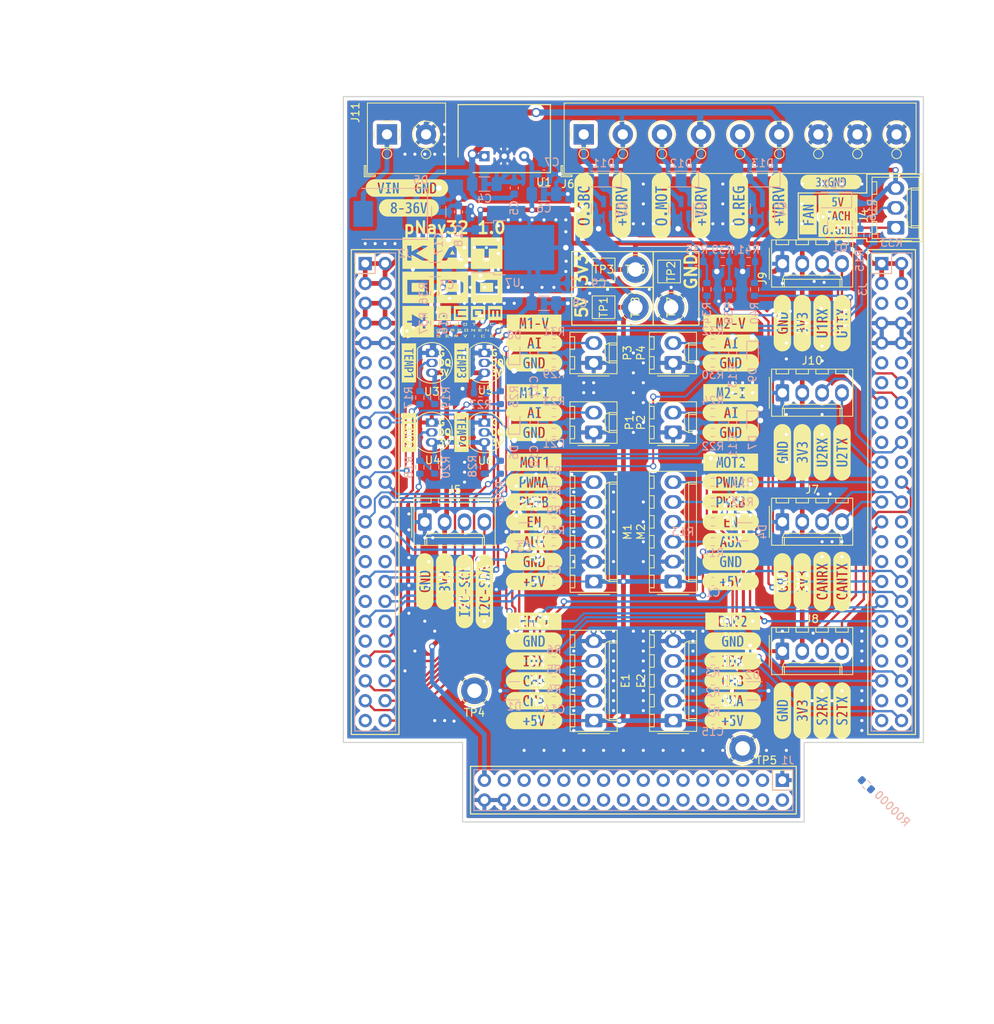
<source format=kicad_pcb>
(kicad_pcb (version 20240108) (generator "pcbnew") (generator_version "8.0")
  (layers (0 "F.Cu" signal) (31 "B.Cu" signal) (34 "B.Paste" user) (35 "F.Paste" user) (36 "B.SilkS" user "B.Silkscreen") (37 "F.SilkS" user "F.Silkscreen") (38 "B.Mask" user) (39 "F.Mask" user) (44 "Edge.Cuts" user))
  (net 0 "")
  (net 25 "PE2")
  (net 26 "Vdrive")
  (net 27 "PA0_WKUP_MAIN_SUPPLY")
  (net 28 "PE5")
  (net 29 "PE6")
  (net 30 "PC13")
  (net 31 "PC0_M1_CURRENT")
  (net 32 "Net-(D10-Pad2)")
  (net 33 "PC2")
  (net 34 "PC3")
  (net 35 "VR-")
  (net 36 "VR+")
  (net 37 "PA3_M1_V")
  (net 38 "PA2")
  (net 39 "PA4_M2_V")
  (net 40 "PA8_E1_CHA")
  (net 41 "PA5_E2_CHA")
  (net 42 "/Supply and Power/Vin")
  (net 43 "/Supply and Power/O_SBC")
  (net 44 "PC4")
  (net 45 "PC5")
  (net 46 "/Supply and Power/O_MOT")
  (net 47 "PA6_LED_D2")
  (net 48 "PE7")
  (net 49 "PA7_LED_D3")
  (net 50 "PB0_FAN_PWM")
  (net 51 "PE10")
  (net 52 "PE11")
  (net 53 "PB1_FAN_IDX")
  (net 54 "PE8_MOT1_AUX")
  (net 55 "PE9_MOT2_AUX")
  (net 56 "PE12_TEMP1")
  (net 57 "PE13_TEMP2")
  (net 58 "PE14_TEMP3")
  (net 59 "PE15_TEMP4")
  (net 60 "PB10_I2C-SCL")
  (net 61 "PC7_TIM8_MOT1_P")
  (net 62 "PB14_TIM8_MOT1_N")
  (net 63 "PB12_MOT1_EN")
  (net 64 "PE1")
  (net 65 "PE0")
  (net 66 "PB9")
  (net 67 "PB11_I2C-SDA")
  (net 68 "PB13")
  (net 69 "PB8_PWR-REG-EN")
  (net 70 "PB5")
  (net 71 "PB3")
  (net 72 "PD7")
  (net 73 "PB7_USART1-RX")
  (net 74 "PB6_USART1-TX")
  (net 75 "PD4")
  (net 76 "PD6_USART2-RX")
  (net 77 "PD5_USART2-TX")
  (net 78 "PD3_MOT2_EN")
  (net 79 "PD2_SER2_RX")
  (net 80 "PD1_CAN-TX")
  (net 81 "PC11")
  (net 82 "PC10")
  (net 83 "PA15")
  (net 84 "PD0_CAN-RX")
  (net 85 "PC12_SER2_TX")
  (net 86 "PA12_USB_P")
  (net 87 "PA9_E1_CHB")
  (net 88 "PA1_E2_CHB")
  (net 89 "PA11_USB_N")
  (net 91 "PC8_TIM8_MOT2_P")
  (net 92 "PC6")
  (net 93 "PB15_TIM8_MOT2_N")
  (net 94 "PA10_PWR_MOT_EN")
  (net 95 "PD13")
  (net 96 "Net-(J4-Pad2)")
  (net 97 "PD12_EXTI12_E2_IDX")
  (net 98 "PD9")
  (net 99 "PD11_EXTI11_E1_IDX")
  (net 100 "/Supply and Power/O_REG")
  (net 101 "+5V")
  (net 102 "+3V3")
  (net 103 "GND")
  (net 104 "PE3_KEY1")
  (net 105 "E1_CHA")
  (net 106 "E1_CHB")
  (net 107 "Net-(P1-Pad2)")
  (net 108 "AUX1")
  (net 109 "PWMA1")
  (net 110 "PWMB1")
  (net 111 "EN1")
  (net 112 "Net-(P2-Pad2)")
  (net 113 "Net-(P3-Pad2)")
  (net 114 "Net-(P4-Pad2)")
  (net 115 "AUX2")
  (net 116 "PWMA2")
  (net 117 "PWMB2")
  (net 118 "EN2")
  (net 119 "PE4_KEY0")
  (net 120 "E1_IDX")
  (net 121 "E2_CHA")
  (net 122 "E2_CHB")
  (net 123 "E2_IDX")
  (net 124 "FSMC_D15{slash}PD10")
  (net 125 "FSMC_D13{slash}PD8")
  (net 126 "FSMC_D1{slash}PD15")
  (net 127 "FSMC_D0{slash}PD14")
  (net 128 "PC1_M2_CURRENT")
  (net 129 "BOOT0")
  (net 130 "PB2_BOOT1")
  (net 131 "PC9_PWR_SBC_EN")
  (net 132 "Net-(Q1-Pad1)")
  (net 133 "Net-(Q2-Pad1)")
  (net 134 "Net-(R17-Pad1)")
  (net 135 "Net-(Q3-Pad1)")
  (net 136 "Net-(R18-Pad1)")
  (net 137 "Net-(Q4-Pad1)")
  (net 138 "Net-(R25-Pad1)")
  (net 139 "Net-(R26-Pad1)")
  (footprint "kibuzzard-6394D4E3" (layer "F.Cu") (at 109.22 91.44 90)
    (property "Reference" "kibuzzard-6394D4E3" (hide yes))
    (property "Value" "G***" (hide yes))
  )
  (footprint "Package_TO_SOT_THT:TO-92_Inline" (layer "F.Cu") (at 116.84 71.12 -90)
    (property "Reference" "U6")
    (property "Value" "#DS18B20")
  )
  (footprint "kibuzzard-6394D524" (layer "F.Cu") (at 160.02 74.93 90)
    (property "Reference" "kibuzzard-6394D524" (hide yes))
    (property "Value" "G***" (hide yes))
  )
  (footprint "kibuzzard-63934268" (layer "F.Cu") (at 148.59 101.6)
    (property "Reference" "kibuzzard-63934268" (hide yes))
    (property "Value" "G***" (hide yes))
  )
  (footprint "kibuzzard-6393426E" (layer "F.Cu") (at 123.19 99.06)
    (property "Reference" "kibuzzard-6393426E" (hide yes))
    (property "Value" "G***" (hide yes))
  )
  (footprint "kibuzzard-6394D9EA" (layer "F.Cu") (at 107.188 43.688)
    (property "Reference" "kibuzzard-6394D9EA" (hide yes))
    (property "Value" "G***" (hide yes))
  )
  (footprint "kibuzzard-6393459E" (layer "F.Cu") (at 123.19 96.52)
    (property "Reference" "kibuzzard-6393459E" (hide yes))
    (property "Value" "G***" (hide yes))
  )
  (footprint "kibuzzard-6393473F" (layer "F.Cu") (at 123.19 81.28)
    (property "Reference" "kibuzzard-6393473F" (hide yes))
    (property "Value" "G***" (hide yes))
  )
  (footprint "katodo:DG300-5.0-09P-13" (layer "F.Cu") (at 129.54 34.29)
    (property "Reference" "J6")
    (property "Value" "CONN_01x09")
  )
  (footprint "kibuzzard-63934B9D" (layer "F.Cu") (at 148.336 60.96)
    (property "Reference" "kibuzzard-63934B9D" (hide yes))
    (property "Value" "G***" (hide yes))
  )
  (footprint "Package_TO_SOT_THT:TO-92_Inline" (layer "F.Cu") (at 116.84 62.23 -90)
    (property "Reference" "U5")
    (property "Value" "#DS18B20")
  )
  (footprint "kibuzzard-63934BD9" (layer "F.Cu") (at 148.336 72.39)
    (property "Reference" "kibuzzard-63934BD9" (hide yes))
    (property "Value" "G***" (hide yes))
  )
  (footprint "kibuzzard-639345B8" (layer "F.Cu") (at 148.59 96.52)
    (property "Reference" "kibuzzard-639345B8" (hide yes))
    (property "Value" "G***" (hide yes))
  )
  (footprint "TestPoint:TestPoint_Loop_D2.50mm_Drill1.85mm" (layer "F.Cu") (at 115.57 105.41)
    (property "Reference" "TP4")
    (property "Value" "TESTPAD")
  )
  (footprint "Connector_Molex:Molex_KK-254_AE-6410-04A_1x04_P2.54mm_Vertical" (layer "F.Cu") (at 154.94 100.35)
    (property "Reference" "J8")
    (property "Value" "CONN_01x04")
  )
  (footprint "kibuzzard-63934273" (layer "F.Cu") (at 123.19 91.44)
    (property "Reference" "kibuzzard-63934273" (hide yes))
    (property "Value" "G***" (hide yes))
  )
  (footprint "kibuzzard-63934574" (layer "F.Cu") (at 123.19 106.68)
    (property "Reference" "kibuzzard-63934574" (hide yes))
    (property "Value" "G***" (hide yes))
  )
  (footprint "Connector_Molex:Molex_KK-254_AE-6410-06A_1x06_P2.54mm_Vertical" (layer "F.Cu") (at 140.97 91.44 90)
    (property "Reference" "M2")
    (property "Value" "~")
  )
  (footprint "kibuzzard-63934BD1" (layer "F.Cu") (at 148.336 69.85)
    (property "Reference" "kibuzzard-63934BD1" (hide yes))
    (property "Value" "G***" (hide yes))
  )
  (footprint "kibuzzard-6394D57A" (layer "F.Cu") (at 162.56 107.95 90)
    (property "Reference" "kibuzzard-6394D57A" (hide yes))
    (property "Value" "G***" (hide yes))
  )
  (footprint "kibuzzard-63AAD233" (layer "F.Cu") (at 161.163 40.386)
    (property "Reference" "kibuzzard-63AAD233" (hide yes))
    (property "Value" "G***" (hide yes))
  )
  (footprint "Package_SIP:SIP3_11.6x8.5mm" (layer "F.Cu") (at 116.84 37.084)
    (property "Reference" "U1")
    (property "Value" "LMS78_05-2.0R")
  )
  (footprint "katodo:DG300-5.0-02P-13" (layer "F.Cu") (at 104.38 34.29)
    (property "Reference" "J11")
    (property "Value" "dG300-5.0-02P-13-00AH")
  )
  (footprint "Connector_Molex:Molex_KK-254_AE-6410-04A_1x04_P2.54mm_Vertical" (layer "F.Cu") (at 109.22 83.84)
    (property "Reference" "J5")
    (property "Value" "CONN_01x04")
  )
  (footprint "kibuzzard-63AACC29" (layer "F.Cu") (at 139.446 43.434 90)
    (property "Reference" "kibuzzard-63AACC29" (hide yes))
    (property "Value" "G***" (hide yes))
  )
  (footprint "kibuzzard-6394D4F3" (layer "F.Cu") (at 111.76 91.44 90)
    (property "Reference" "kibuzzard-6394D4F3" (hide yes))
    (property "Value" "G***" (hide yes))
  )
  (footprint "kibuzzard-6394D4E3" (layer "F.Cu") (at 154.94 91.44 90)
    (property "Reference" "kibuzzard-6394D4E3" (hide yes))
    (property "Value" "G***" (hide yes))
  )
  (footprint "TestPoint:TestPoint_Pad_2.5x2.5mm" (layer "F.Cu") (at 132.08 56.388)
    (property "Reference" "TP1")
    (property "Value" "TESTPAD")
  )
  (footprint "kibuzzard-63934760" (layer "F.Cu") (at 148.336 88.9)
    (property "Reference" "kibuzzard-63934760" (hide yes))
    (property "Value" "G***" (hide yes))
  )
  (footprint "kibuzzard-63934735" (layer "F.Cu") (at 123.19 78.74)
    (property "Reference" "kibuzzard-63934735" (hide yes))
    (property "Value" "G***" (hide yes))
  )
  (footprint "TestPoint:TestPoint_Loop_D2.50mm_Drill1.85mm" (layer "F.Cu") (at 149.86 112.776)
    (property "Reference" "TP5")
    (property "Value" "TESTPAD")
  )
  (footprint "kibuzzard-63AAD280" (layer "F.Cu") (at 134.366 43.434 90)
    (property "Reference" "kibuzzard-63AAD280" (hide yes))
    (property "Value" "G***" (hide yes))
  )
  (footprint "Connector_Molex:Molex_KK-254_AE-6410-02A_1x02_P2.54mm_Vertical" (layer "F.Cu") (at 140.97 72.39 90)
    (property "Reference" "P2")
    (property "Value" "~")
  )
  (footprint "kibuzzard-6394D572" (layer "F.Cu") (at 160.02 107.95 90)
    (property "Reference" "kibuzzard-6394D572" (hide yes))
    (property "Value" "G***" (hide yes))
  )
  (footprint "kibuzzard-63934574" (layer "F.Cu") (at 148.59 106.68)
    (property "Reference" "kibuzzard-63934574" (hide yes))
    (property "Value" "G***" (hide yes))
  )
  (footprint "kibuzzard-63934BD1" (layer "F.Cu") (at 123.19 69.85)
    (property "Reference" "kibuzzard-63934BD1" (hide yes))
    (property "Value" "G***" (hide yes))
  )
  (footprint "Connector_Molex:Molex_KK-254_AE-6410-02A_1x02_P2.54mm_Vertical" (layer "F.Cu") (at 130.81 72.39 90)
    (property "Reference" "P1")
    (property "Value" "~")
  )
  (footprint "kibuzzard-63934749" (layer "F.Cu") (at 148.336 83.82)
    (property "Reference" "kibuzzard-63934749" (hide yes))
    (property "Value" "G***" (hide yes))
  )
  (footprint "kibuzzard-6393456C" (layer "F.Cu") (at 123.19 104.14)
    (property "Reference" "kibuzzard-6393456C" (hide yes))
    (property "Value" "G***" (hide yes))
  )
  (footprint "kibuzzard-63AAD289" (layer "F.Cu") (at 144.526 43.434 90)
    (property "Reference" "kibuzzard-63AAD289" (hide yes))
    (property "Value" "G***" (hide yes))
  )
  (footprint "Connector_Molex:Molex_KK-254_AE-6410-05A_1x05_P2.54mm_Vertical" (layer "F.Cu") (at 140.99 109.22 90)
    (property "Reference" "E2")
    (property "Value" "~")
  )
  (footprint "kibuzzard-63AAD203" (layer "F.Cu") (at 162.052 44.704)
    (property "Reference" "kibuzzard-63AAD203" (hide yes))
    (property "Value" "G***" (hide yes))
  )
  (footprint "kibuzzard-63934B92" (layer "F.Cu") (at 123.19 63.5)
    (property "Reference" "kibuzzard-63934B92" (hide yes))
    (property "Value" "G***" (hide yes))
  )
  (footprint "kibuzzard-63934BC4" (layer "F.Cu") (at 148.336 67.31)
    (property "Reference" "kibuzzard-63934BC4" (hide yes))
    (property "Value" "G***" (hide yes))
  )
  (footprint "kibuzzard-6394D504" (layer "F.Cu") (at 160.02 58.42 90)
    (property "Reference" "kibuzzard-6394D504" (hide yes))
    (property "Value" "G***" (hide yes))
  )
  (footprint "kibuzzard-6394D4E3" (layer "F.Cu") (at 154.94 58.42 90)
    (property "Reference" "kibuzzard-6394D4E3" (hide yes))
    (property "Value" "G***" (hide yes))
  )
  (footprint "Connector_Molex:Molex_KK-254_AE-6410-04A_1x04_P2.54mm_Vertical" (layer "F.Cu") (at 154.94 67.33)
    (property "Reference" "J10")
    (property "Value" "CONN_01x04")
  )
  (footprint "TestPoint:TestPoint_Loop_D2.50mm_Drill1.85mm" (layer "F.Cu") (at 136.144 56.388)
    (property "Reference" "TP8")
    (property "Value" "TESTPAD")
  )
  (footprint "kibuzzard-6394D4F3" (layer "F.Cu") (at 157.48 58.42 90)
    (property "Reference" "kibuzzard-6394D4F3" (hide yes))
    (property "Value" "G***" (hide yes))
  )
  (footprint "kibuzzard-63934B92" (layer "F.Cu") (at 148.336 63.5)
    (property "Reference" "kibuzzard-63934B92" (hide yes))
    (property "Value" "G***" (hide yes))
  )
  (footprint "kibuzzard-6394D8B5" (layer "F.Cu") (at 116.84 92.71 90)
    (property "Reference" "kibuzzard-6394D8B5" (hide yes))
    (property "Value" "G***" (hide yes))
  )
  (footprint "kibuzzard-63934749" (layer "F.Cu") (at 123.19 83.82)
    (property "Reference" "kibuzzard-63934749" (hide yes))
    (property "Value" "G***" (hide yes))
  )
  (footprint "kibuzzard-6395EE3C" (layer "F.Cu") (at 158.242 44.577 90)
    (property "Reference" "kibuzzard-6395EE3C" (hide yes))
    (property "Value" "G***" (hide yes))
  )
  (footprint "TestPoint:TestPoint_Loop_D2.50mm_Drill1.85mm" (layer "F.Cu") (at 136.144 51.562)
    (property "Reference" "TP6")
    (property "Value" "TESTPAD")
  )
  (footprint "kibuzzard-6393426E" (layer "F.Cu") (at 148.59 99.06)
    (property "Reference" "kibuzzard-6393426E" (hide yes))
    (property "Value" "G***" (hide yes))
  )
  (footprint "kibuzzard-6394D4E3" (layer "F.Cu") (at 154.94 74.93 90)
    (property "Reference" "kibuzzard-6394D4E3" (hide yes))
    (property "Value" "G***" (hide yes))
  )
  (footprint "kibuzzard-6394D50C" (layer "F.Cu") (at 162.56 58.42 90)
    (property "Reference" "kibuzzard-6394D50C" (hide yes))
    (property "Value" "G***" (hide yes))
  )
  (footprint "kibuzzard-63934BBB" (layer "F.Cu") (at 148.336 58.42)
    (property "Reference" "kibuzzard-63934BBB" (hide yes))
    (property "Value" "G***" (hide yes))
  )
  (footprint "kibuzzard-63AAD7D2" (layer "F.Cu") (at 107.188 72.39 -90)
    (property "Reference" "kibuzzard-63AAD7D2" (hide yes))
    (property "Value" "G***" (hide yes))
  )
  (footprint "Connector_Molex:Molex_KK-254_AE-6410-04A_1x04_P2.54mm_Vertical" (layer "F.Cu") (at 154.94 83.82)
    (property "Reference" "J7")
    (property "Value" "CONN_01x04")
  )
  (footprint "kibuzzard-63AACC58" (layer "F.Cu") (at 149.352 43.434 90)
    (property "Reference" "kibuzzard-63AACC58" (hide yes))
    (property "Value" "G***" (hide yes))
  )
  (footprint "kibuzzard-63934B9D" (layer "F.Cu") (at 123.19 60.96)
    (property "Reference" "kibuzzard-63934B9D" (hide yes))
    (property "Value" "G***" (hide yes))
  )
  (footprint "TestPoint:TestPoint_Pad_2.5x2.5mm" (layer "F.Cu") (at 140.462 51.816)
    (property "Reference" "TP2")
    (property "Value" "TESTPAD")
  )
  (footprint "kibuzzard-63AB02C8" (layer "F.Cu") (at 106.934 41.148)
    (property "Reference" "kibuzzard-63AB02C8" (hide yes))
    (property "Value" "G***" (hide yes))
  )
  (footprint "kibuzzard-6394D54D" (layer "F.Cu") (at 160.02 91.44 90)
    (property "Reference" "kibuzzard-6394D54D" (hide yes))
    (property "Value" "G***" (hide yes))
  )
  (footprint "kibuzzard-63AAD7EB" (layer "F.Cu") (at 113.919 72.39 -90)
    (property "Reference" "kibuzzard-63AAD7EB" (hide yes))
    (property "Value" "G***" (hide yes))
  )
  (footprint "kibuzzard-6393473F" (layer "F.Cu") (at 148.336 81.28)
    (property "Reference" "kibuzzard-6393473F" (hide yes))
    (property "Value" "G***" (hide yes))
  )
  (footprint "kibuzzard-63934273" (layer "F.Cu") (at 148.59 109.22)
    (property "Reference" "kibuzzard-63934273" (hide yes))
    (property "Value" "G***" (hide yes))
  )
  (footprint "kibuzzard-63934BF1" (layer "F.Cu") (at 123.19 58.42)
    (property "Reference" "kibuzzard-63934BF1" (hide yes))
    (property "Value" "G***" (hide yes))
  )
  (footprint "kibuzzard-63AAD294" (layer "F.Cu") (at 154.432 43.434 90)
    (property "Reference" "kibuzzard-63AAD294" (hide yes))
    (property "Value" "G***" (hide yes))
  )
  (footprint "Connector_Molex:Molex_KK-254_AE-6410-06A_1x06_P2.54mm_Vertical" (layer "F.Cu") (at 130.83 91.44 90)
    (property "Reference" "M1")
    (property "Value" "~")
  )
  (footprint "Package_TO_SOT_THT:TO-92_Inline" (layer "F.Cu") (at 110.13 62.23 -90)
    (property "Reference" "U3")
    (property "Value" "#DS18B20")
  )
  (footprint "kibuzzard-63934273" (layer "F.Cu") (at 123.19 109.22)
    (property "Reference" "kibuzzard-63934273" (hide yes))
    (property "Value" "G***" (hide yes))
  )
  (footprint "kibuzzard-63934750" (layer "F.Cu") (at 123.19 86.36)
    (property "Reference" "kibuzzard-63934750" (hide yes))
    (property "Value" "G***" (hide yes))
  )
  (footprint "kibuzzard-63934BD9" (layer "F.Cu") (at 123.19 72.39)
    (property "Reference" "kibuzzard-63934BD9" (hide yes))
    (property "Value" "G***" (hide yes))
  )
  (footprint "Package_TO_SOT_THT:TO-92_Inline" (layer "F.Cu") (at 110.109 71.12 -90)
    (property "Reference" "U4")
    (property "Value" "#DS18B20")
  )
  (footprint "kibuzzard-6394D4F3" (layer "F.Cu") (at 157.48 74.93 90)
    (property "Reference" "kibuzzard-6394D4F3" (hide yes))
    (property "Value" "G***" (hide yes))
  )
  (footprint "Connector_Molex:Molex_KK-254_AE-6410-02A_1x02_P2.54mm_Vertical" (layer "F.Cu") (at 130.81 63.5 90)
    (property "Reference" "P3")
    (property "Value" "~")
  )
  (footprint "TestPoint:TestPoint_Loop_D2.50mm_Drill1.85mm" (layer "F.Cu") (at 140.716 56.388)
    (property "Reference" "TP7")
    (property "Value" "TESTPAD")
  )
  (footprint "kibuzzard-6394D4E3" (layer "F.Cu") (at 154.94 107.95 90)
    (property "Reference" "kibuzzard-6394D4E3" (hide yes))
    (property "Value" "G***" (hide yes))
  )
  (footprint "kibuzzard-63934BF7" (layer "F.Cu") (at 123.19 67.31)
    (property "Reference" "kibuzzard-63934BF7" (hide yes))
    (property "Value" "G***" (hide yes))
  )
  (footprint "kibuzzard-63934750" (layer "F.Cu") (at 148.336 86.36)
    (property "Reference" "kibuzzard-63934750" (hide yes))
    (property "Value" "G***" (hide yes))
  )
  (footprint "katodo:Katodo" (layer "F.Cu") (at 112.776 53.848)
    (property "Reference" "G***" (hide yes))
    (property "Value" "LOGO" (hide yes))
  )
  (footprint "kibuzzard-6393456C" (layer "F.Cu") (at 148.59 104.14)
    (property "Reference" "kibuzzard-6393456C" (hide yes))
    (property "Value" "G***" (hide yes))
  )
  (footprint "kibuzzard-63AAD7A3" (layer "F.Cu") (at 107.188 63.5 -90)
    (property "Reference" "kibuzzard-63AAD7A3" (hide yes))
    (property "Value" "G***" (hide yes))
  )
  (footprint "kibuzzard-63934273" (layer "F.Cu") (at 148.336 91.44)
    (property "Reference" "kibuzzard-63934273" (hide yes))
    (property "Value" "G***" (hide yes))
  )
  (footprint "kibuzzard-63934774" (layer "F.Cu") (at 148.336 76.2)
    (property "Reference" "kibuzzard-63934774" (hide yes))
    (property "Value" "G***" (hide yes))
  )
  (footprint "kibuzzard-63AAD219" (layer "F.Cu") (at 162.052 46.482)
    (property "Reference" "kibuzzard-63AAD219" (hide yes))
    (property "Value" "G***" (hide yes))
  )
  (footprint "kibuzzard-63AAD1E2" (layer "F.Cu") (at 162.052 42.926)
    (property "Reference" "kibuzzard-63AAD1E2" (hide yes))
    (property "Value" "G***" (hide yes))
  )
  (footprint "kibuzzard-63934760" (layer "F.Cu") (at 123.19 88.9)
    (property "Reference" "kibuzzard-63934760" (hide yes))
    (property "Value" "G***" (hide yes))
  )
  (footprint "Connector_Molex:Molex_KK-254_AE-6410-03A_1x03_P2.54mm_Vertical" (layer "F.Cu") (at 169.438 46.228 90)
    (property "Reference" "J4")
    (property "Value" "CONN_01x03")
  )
  (footprint "kibuzzard-6394D52A" (layer "F.Cu") (at 162.56 74.93 90)
    (property "Reference" "kibuzzard-6394D52A" (hide yes))
    (property "Value" "G***" (hide yes))
  )
  (footprint "kibuzzard-63934735" (layer "F.Cu") (at 148.336 78.74)
    (property "Reference" "kibuzzard-63934735" (hide yes))
    (property "Value" "G***" (hide yes))
  )
  (footprint "kibuzzard-6394D557" (layer "F.Cu") (at 162.56 91.44 90)
    (property "Reference" "kibuzzard-6394D557" (hide yes))
    (property "Value" "G***" (hide yes))
  )
  (footprint "kibuzzard-63AAD7FB" (layer "F.Cu") (at 113.919 63.5 -90)
    (property "Reference" "kibuzzard-63AAD7FB" (hide yes))
    (property "Value" "G***" (hide yes))
  )
  (footprint "kibuzzard-63934268" (layer "F.Cu") (at 123.19 101.6)
    (property "Reference" "kibuzzard-63934268" (hide yes))
    (property "Value" "G***" (hide yes))
  )
  (footprint "TestPoint:TestPoint_Pad_2.5x2.5mm" (layer "F.Cu") (at 132.08 51.562)
    (property "Reference" "TP3")
    (property "Value" "TESTPAD")
  )
  (footprint "Connector_Molex:Molex_KK-254_AE-6410-05A_1x05_P2.54mm_Vertical" (layer "F.Cu") (at 130.83 109.22 90)
    (property "Reference" "E1")
    (property "Value" "~")
  )
  (footprint "kibuzzard-6394D4F3" (layer "F.Cu") (at 157.48 91.44 90)
    (property "Reference" "kibuzzard-6394D4F3" (hide yes))
    (property "Value" "G***" (hide yes))
  )
  (footprint "Connector_Molex:Molex_KK-254_AE-6410-02A_1x02_P2.54mm_Vertical" (layer "F.Cu") (at 140.97 63.5 90)
    (property "Reference" "P4")
    (property "Value" "~")
  )
  (footprint "Connector_Molex:Molex_KK-254_AE-6410-04A_1x04_P2.54mm_Vertical" (layer "F.Cu") (at 154.94 50.82)
    (property "Reference" "J9")
    (property "Value" "CONN_01x04")
  )
  (footprint "kibuzzard-63934711" (layer "F.Cu") (at 123.19 76.2)
    (property "Reference" "kibuzzard-63934711" (hide yes))
    (property "Value" "G***" (hide yes))
  )
  (footprint "kibuzzard-63AACC33" (layer "F.Cu") (at 129.54 43.434 90)
    (property "Reference" "kibuzzard-63AACC33" (hide yes))
    (property "Value" "G***" (hide yes))
  )
  (footprint "kibuzzard-6394D4F3" (layer "F.Cu") (at 157.48 107.95 90)
    (property "Reference" "kibuzzard-6394D4F3" (hide yes))
    (property "Value" "G***" (hide yes))
  )
  (footprint "kibuzzard-6394D8C1" (layer "F.Cu") (at 114.3 92.71 90)
    (property "Reference" "kibuzzard-6394D8C1" (hide yes))
    (property "Value" "G***" (hide yes))
  )
  (footprint "Resistor_SMD:R_0603_1608Metric" (layer "B.Cu") (at 125.73 106.68 180)
    (property "Reference" "R4")
    (property "Value" "100R")
  )
  (footprint "Capacitor_SMD:C_0603_1608Metric" (layer "B.Cu") (at 148.59 71.12 90)
    (property "Reference" "C11")
    (property "Value" "100n")
  )
  (footprint "Resistor_SMD:R_0603_1608Metric" (layer "B.Cu") (at 110.49 54.61 -90)
    (property "Reference" "R36")
    (property "Value" "100K")
  )
  (footprint "Resistor_SMD:R_0603_1608Metric" (layer "B.Cu") (at 146.05 69.85)
    (property "Reference" "R24")
    (property "Value" "1K")
  )
  (footprint "Resistor_SMD:R_0603_1608Metric" (layer "B.Cu") (at 108.585 67.945 -90)
    (property "Reference" "R17")
    (property "Value" "1K")
  )
  (footprint "Resistor_SMD:R_0603_1608Metric" (layer "B.Cu") (at 146.05 83.82)
    (property "Reference" "R13")
    (property "Value" "100R")
  )
  (footprint "Resistor_SMD:R_0603_1608Metric" (layer "B.Cu") (at 108.585 76.835 -90)
    (property "Reference" "R18")
    (property "Value" "1K")
  )
  (footprint "Diode_SMD:D_SOD-123" (layer "B.Cu") (at 132.08 40.005 180)
    (property "Reference" "D11")
    (property "Value" "1N4148W")
  )
  (footprint "Resistor_SMD:R_0603_1608Metric" (layer "B.Cu") (at 146.05 104.14)
    (property "Reference" "R2")
    (property "Value" "100R")
  )
  (footprint "Resistor_SMD:R_0603_1608Metric" (layer "B.Cu") (at 116.84 76.835 90)
    (property "Reference" "R28")
    (property "Value" "1K")
  )
  (footprint "Diode_SMD:D_SOD-123" (layer "B.Cu") (at 141.986 40.005 180)
    (property "Reference" "D12")
    (property "Value" "1N4148W")
  )
  (footprint "Resistor_SMD:R_0603_1608Metric" (layer "B.Cu") (at 125.73 60.96 180)
    (property "Reference" "R31")
    (property "Value" "1K")
  )
  (footprint "Resistor_SMD:R_0603_1608Metric" (layer "B.Cu") (at 165.683363 117.423363 135)
    (property "Reference" "R00000")
    (property "Value" "1K96")
  )
  (footprint "Package_TO_SOT_SMD:SOT-23" (layer "B.Cu") (at 141.986 43.815 90)
    (property "Reference" "Q3")
    (property "Value" "BSS138")
  )
  (footprint "Resistor_SMD:R_0603_1608Metric" (layer "B.Cu") (at 116.332 67.31 180)
    (property "Reference" "R27")
    (property "Value" "1K")
  )
  (footprint "Resistor_SMD:R_0603_1608Metric" (layer "B.Cu") (at 146.05 101.6)
    (property "Reference" "R3")
    (property "Value" "100R")
  )
  (footprint "Package_TO_SOT_SMD:SOT-23" (layer "B.Cu") (at 132.08 43.815 90)
    (property "Reference" "Q2")
    (property "Value" "BSS138")
  )
  (footprint "Capacitor_SMD:C_0603_1608Metric" (layer "B.Cu") (at 148.59 62.23 90)
    (property "Reference" "C13")
    (property "Value" "100n")
  )
  (footprint "Diode_SMD:D_SMC" (layer "B.Cu") (at 104.746 44.45 180)
    (property "Reference" "D5")
    (property "Value" "SS36-E3/57T")
  )
  (footprint "Capacitor_SMD:C_0603_1608Metric" (layer "B.Cu") (at 123.19 71.12 -90)
    (property "Reference" "C10")
    (property "Value" "100n")
  )
  (footprint "Resistor_SMD:R_0603_1608Metric" (layer "B.Cu") (at 125.73 72.39)
    (property "Reference" "R21")
    (property "Value" "10K")
  )
  (footprint "Resistor_SMD:R_0603_1608Metric" (layer "B.Cu") (at 164.846 47.181 -90)
    (property "Reference" "R15")
    (property "Value" "100R")
  )
  (footprint "Capacitor_SMD:C_0603_1608Metric" (layer "B.Cu") (at 120.65 41.135 90)
    (property "Reference" "C5")
    (property "Value" "100n")
  )
  (footprint "Package_TO_SOT_SMD:SOT-363_SC-70-6" (layer "B.Cu") (at 120.65 105.41)
    (property "Reference" "D1")
    (property "Value" "SMF05CT1G")
  )
  (footprint "Resistor_SMD:R_0603_1608Metric" (layer "B.Cu") (at 118.872 76.835 -90)
    (property "Reference" "R26")
    (property "Value" "1K")
  )
  (footprint "Resistor_SMD:R_0603_1608Metric" (layer "B.Cu") (at 146.05 106.68)
    (property "Reference" "R1")
    (property "Value" "100R")
  )
  (footprint "Resistor_SMD:R_0603_1608Metric" (layer "B.Cu") (at 125.73 81.28 180)
    (property "Reference" "R8")
    (property "Value" "100R")
  )
  (footprint "Resistor_SMD:R_0603_1608Metric" (layer "B.Cu") (at 125.73 104.14 180)
    (property "Reference" "R5")
    (property "Value" "100R")
  )
  (footprint "Capacitor_SMD:C_0603_1608Metric" (layer "B.Cu") (at 146.05 109.22)
    (property "Reference" "C15")
    (property "Value" "100n")
  )
  (footprint "Resistor_SMD:R_0603_1608Metric" (layer "B.Cu") (at 125.73 63.5)
    (property "Reference" "R29")
    (property "Value" "10K")
  )
  (footprint "Resistor_SMD:R_0603_1608Metric" (layer "B.Cu") (at 146.05 63.5 180)
    (property "Reference" "R30")
    (property "Value" "10K")
  )
  (footprint "Capacitor_SMD:C_0603_1608Metric" (layer "B.Cu") (at 125.73 91.44 180)
    (property "Reference" "C2")
    (property "Value" "100n")
  )
  (footprint "Resistor_SMD:R_0603_1608Metric" (layer "B.Cu") (at 125.73 83.82 180)
    (property "Reference" "R9")
    (property "Value" "100R")
  )
  (footprint "Resistor_SMD:R_0603_1608Metric" (layer "B.Cu") (at 151.384 54.102 -90)
    (property "Reference" "R40")
    (property "Value" "100R")
  )
  (footprint "Capacitor_SMD:C_1206_3216Metric_Pad1.33x1.80mm_HandSolder" (layer "B.Cu") (at 116.84 40.64)
    (property "Reference" "C4")
    (property "Value" "10uF 50V")
  )
  (footprint "Resistor_SMD:R_0603_1608Metric" (layer "B.Cu") (at 145.288 54.102 -90)
    (property "Reference" "R34")
    (property "Value" "100R")
  )
  (footprint "Capacitor_SMD:C_0603_1608Metric" (layer "B.Cu") (at 146.05 91.44)
    (property "Reference" "C1")
    (property "Value" "100n")
  )
  (footprint "Package_TO_SOT_SMD:SOT-23" (layer "B.Cu") (at 152.4 43.815 90)
    (property "Reference" "Q4")
    (property "Value" "BSS138")
  )
  (footprint "Resistor_SMD:R_0603_1608Metric" (layer "B.Cu") (at 125.73 78.74 180)
    (property "Reference" "R7")
    (property "Value" "100R")
  )
  (footprint "Diode_SMD:D_0603_1608Metric" (layer "B.Cu") (at 151.13 71.12 -90)
    (property "Reference" "D7")
    (property "Value" "PESD5V0X1BCSFYL")
  )
  (footprint "Resistor_SMD:R_0603_1608Metric" (layer "B.Cu") (at 147.32 50.546 180)
    (property "Reference" "R39")
    (property "Value" "10K")
  )
  (footprint "Resistor_SMD:R_0603_1608Metric" (layer "B.Cu") (at 125.73 86.36 180)
    (property "Reference" "R10")
    (property "Value" "100R")
  )
  (footprint "Package_TO_SOT_SMD:TO-252-2" (layer "B.Cu") (at 120.479 48.767)
    (property "Reference" "U7")
    (property "Value" "LD1117DT33TR")
  )
  (footprint "Resistor_SMD:R_0603_1608Metric" (layer "B.Cu") (at 144.018 50.546 180)
    (property "Reference" "R35")
    (property "Value" "10K")
  )
  (footprint "Capacitor_SMD:C_1206_3216Metric_Pad1.33x1.80mm_HandSolder" (layer "B.Cu") (at 124.46 41.91)
    (property "Reference" "C6")
    (property "Value" "22uF 10V")
  )
  (footprint "Resistor_SMD:R_0603_1608Metric" (layer "B.Cu") (at 146.05 72.39 180)
    (property "Reference" "R22")
    (property "Value" "10K")
  )
  (footprint "Resistor_SMD:R_0603_1608Metric" (layer "B.Cu") (at 164.846 43.942 90)
    (property "Reference" "R16")
    (property "Value" "10K")
  )
  (footprint "Resistor_SMD:R_0603_1608Metric" (layer "B.Cu") (at 148.082 54.102 -90)
    (property "Reference" "R38")
    (property "Value" "100R")
  )
  (footprint "Capacitor_SMD:C_1206_3216Metric_Pad1.33x1.80mm_HandSolder" (layer "B.Cu") (at 124.46 55.88)
    (property "Reference" "C8")
    (property "Value" "22uF 10V")
  )
  (footprint "Resistor_SMD:R_0603_1608Metric" (layer "B.Cu") (at 118.872 67.945 -90)
    (property "Reference" "R25")
    (property "Value" "1K")
  )
  (footprint "Package_TO_SOT_SMD:SOT-363_SC-70-6" (layer "B.Cu") (at 151.13 105.41 180)
    (property "Reference" "D2")
    (property "Value" "SMF05CT1G")
  )
  (footprint "Capacitor_SMD:C_0603_1608Metric" (layer "B.Cu") (at 113.03 58.42 -90)
    (property "Reference" "C16")
    (property "Value" "100n")
  )
  (footprint "Diode_SMD:D_0603_1608Metric" (layer "B.Cu") (at 120.65 71.12 90)
    (property "Reference" "D6")
    (property "Value" "PESD5V0X1BCSFYL")
  )
  (footprint "Resistor_SMD:R_0603_1608Metric" (layer "B.Cu") (at 146.05 78.74)
    (property "Reference" "R11")
    (property "Value" "100R")
  )
  (footprint "Connector_PinSocket_2.54mm:PinSocket_2x24_P2.54mm_Vertical" (layer "B.Cu") (at 167.64 50.8 180)
    (property "Reference" "J3")
    (property "Value" "PinSocket_2x24_P2.54mm_Vertical")
  )
  (footprint "Diode_SMD:D_SOD-123" (layer "B.Cu") (at 152.4 40.005 180)
    (property "Reference" "D13")
    (property "Value" "1N4148W")
  )
  (footprint "Resistor_SMD:R_0603_1608Metric" (layer "B.Cu") (at 110.49 58.42 -90)
    (property "Reference" "R37")
    (property "Value" "10K")
  )
  (footprint "Capacitor_SMD:C_0603_1608Metric" (layer "B.Cu") (at 128.27 53.34)
    (property "Reference" "C9")
    (property "Value" "100n")
  )
  (footprint "Resistor_SMD:R_0603_1608Metric" (layer "B.Cu") (at 146.05 60.96)
    (property "Reference" "R32")
    (property "Value" "1K")
  )
  (footprint "Resistor_SMD:R_0603_1608Metric" (layer "B.Cu") (at 110.49 67.945 90)
    (property "Reference" "R19")
    (property "Value" "1K")
  )
  (footprint "Capacitor_SMD:C_1206_3216Metric_Pad1.33x1.80mm_HandSolder" (layer "B.Cu") (at 110.49 51.562 180)
    (property "Reference" "C3")
    (property "Value" "10uF 50V")
  )
  (footprint "Resistor_SMD:R_0603_1608Metric" (layer "B.Cu") (at 110.49 76.835 90)
    (property "Reference" "R20")
    (property "Value" "1K")
  )
  (footprint "Resistor_SMD:R_0603_1608Metric" (layer "B.Cu") (at 146.05 81.28)
    (property "Reference" "R12")
    (property "Value" "100R")
  )
  (footprint "Diode_SMD:D_SOD-123" (layer "B.Cu") (at 161.544 42.672 180)
    (property "Reference" "D10")
    (property "Value" "1N4148W")
  )
  (footprint "Connector_PinSocket_2.54mm:PinSocket_2x16_P2.54mm_Vertical" (layer "B.Cu") (at 154.94 116.84 90)
    (property "Reference" "J1")
    (property "Value" "PinSocket_2x16_P2.54mm_Vertical")
  )
  (footprint "Resistor_SMD:R_0603_1608Metric" (layer "B.Cu") (at 166.624 47.244 -90)
    (property "Reference" "R33")
    (property "Value" "100R")
  )
  (footprint "Package_TO_SOT_SMD:SOT-23" (layer "B.Cu") (at 162.306 45.974 90)
    (property "Reference" "Q1")
    (property "Value" "BSS138")
  )
  (footprint "Diode_SMD:D_0603_1608Metric" (layer "B.Cu") (at 120.65 62.23 90)
    (property "Reference" "D8")
    (property "Value" "PESD5V0X1BCSFYL")
  )
  (footprint "Resistor_SMD:R_0603_1608Metric" (layer "B.Cu") (at 150.622 50.546 180)
    (property "Reference" "R41")
    (property "Value" "10K")
  )
  (footprint "Resistor_SMD:R_0603_1608Metric" (layer "B.Cu") (at 125.73 101.6 180)
    (property "Reference" "R6")
    (property "Value" "100R")
  )
  (footprint "Capacitor_SMD:C_0603_1608Metric" (layer "B.Cu") (at 113.538 44.196 90)
    (property "Reference" "C18")
    (property "Value" "100n")
  )
  (footprint "Connector_PinSocket_2.54mm:PinSocket_2x24_P2.54mm_Vertical" (layer "B.Cu") (at 101.6 50.8 180)
    (property "Reference" "J2")
    (property "Value" "PinSocket_2x24_P2.54mm_Vertical")
  )
  (footprint "Capacitor_SMD:C_0603_1608Metric" (layer "B.Cu") (at 124.46 39.37)
    (property "Reference" "C7")
    (property "Value" "100n")
  )
  (footprint "Resistor_SMD:R_0603_1608Metric" (layer "B.Cu") (at 125.73 69.85 180)
    (property "Reference" "R23")
    (property "Value" "1K")
  )
  (footprint "Capacitor_SMD:C_0603_1608Metric" (layer "B.Cu") (at 123.19 62.23 -90)
    (property "Reference" "C12")
    (property "Value" "100n")
  )
  (footprint "Capacitor_SMD:C_0603_1608Metric" (layer "B.Cu") (at 125.73 109.22 180)
    (property "Reference" "C14")
    (property "Value" "100n")
  )
  (footprint "Diode_SMD:D_0603_1608Metric" (layer "B.Cu") (at 151.13 62.23 -90)
    (property "Reference" "D9")
    (property "Value" "PESD5V0X1BCSFYL")
  )
  (footprint "Resistor_SMD:R_0603_1608Metric" (layer "B.Cu") (at 146.05 86.36)
    (property "Reference" "R14")
    (property "Value" "100R")
  )
  (footprint "Capacitor_SMD:C_1206_3216Metric_Pad1.33x1.80mm_HandSolder" (layer "B.Cu") (at 110.998 44.196 90)
    (property "Reference" "C17")
    (property "Value" "22uF 10V")
  )
  (footprint "Package_TO_SOT_SMD:SOT-363_SC-70-6" (layer "B.Cu") (at 121.92 85.09)
    (property "Reference" "D3")
    (property "Value" "SMF05CT1G")
  )
  (footprint "Package_TO_SOT_SMD:SOT-363_SC-70-6" (layer "B.Cu") (at 149.86 85.09 180)
    (property "Reference" "D4")
    (property "Value" "SMF05CT1G")
  )
  (gr_rect (start 115.062 115.062) (end 156.718 121.158) (stroke (width 0.15)) (fill none) (layer "F.SilkS"))
  (gr_rect (start 138.43 49.276) (end 144.272 58.674) (stroke (width 0.15)) (fill none) (layer "F.SilkS"))
  (gr_rect (start 128.016 49.276) (end 138.43 53.848) (stroke (width 0.15)) (fill none) (layer "F.SilkS"))
  (gr_rect (start 165.862 49.022) (end 171.958 110.998) (stroke (width 0.15)) (fill none) (layer "F.SilkS"))
  (gr_rect (start 166.37 49.53) (end 168.91 52.07) (stroke (width 0.15)) (fill none) (layer "F.SilkS"))
  (gr_line (start 156.972 41.783) (end 156.972 47.625) (stroke (width 0.15)) (layer "F.SilkS"))
  (gr_line (start 165.735 41.783) (end 156.972 41.783) (stroke (width 0.15)) (layer "F.SilkS"))
  (gr_rect (start 100.33 49.53) (end 102.87 52.07) (stroke (width 0.15)) (fill none) (layer "F.SilkS"))
  (gr_line (start 165.735 48.006) (end 172.847 48.006) (stroke (width 0.15)) (layer "F.SilkS"))
  (gr_rect (start 99.822 49.022) (end 105.918 110.998) (stroke (width 0.15)) (fill none) (layer "F.SilkS"))
  (gr_line (start 156.972 47.625) (end 165.735 47.625) (stroke (width 0.15)) (layer "F.SilkS"))
  (gr_line (start 172.847 39.37) (end 165.735 39.37) (stroke (width 0.15)) (layer "F.SilkS"))
  (gr_line (start 165.735 39.497) (end 165.735 41.783) (stroke (width 0.15)) (layer "F.SilkS"))
  (gr_line (start 172.847 48.006) (end 172.847 39.37) (stroke (width 0.15)) (layer "F.SilkS"))
  (gr_rect (start 128.016 53.848) (end 138.43 58.674) (stroke (width 0.15)) (fill none) (layer "F.SilkS"))
  (gr_rect (start 153.67 115.57) (end 156.21 118.11) (stroke (width 0.15)) (fill none) (layer "F.SilkS"))
  (gr_line (start 165.735 47.625) (end 165.735 48.006) (stroke (width 0.15)) (layer "F.SilkS"))
  (gr_poly (pts (xy 172.974 112.014) (xy 157.734 112.014) (xy 157.734 122.174) (xy 114.046 122.174) (xy 114.046 112.014) (xy 98.806 112.014) (xy 98.806 29.464) (xy 172.974 29.464)) (stroke (width 0.15)) (fill none) (layer "Edge.Cuts"))
  (gr_text "3V" (at 111.633 73.66 0) (layer "F.SilkS") (effects (font (size 0.8 0.7) (thickness 0.175))))
  (gr_text "3V" (at 111.633 64.77 0) (layer "F.SilkS") (effects (font (size 0.8 0.7) (thickness 0.175))))
  (gr_text "DQ" (at 118.491 63.5 0) (layer "F.SilkS") (effects (font (size 0.8 0.8) (thickness 0.2))))
  (gr_text "G" (at 111.379 62.23 0) (layer "F.SilkS") (effects (font (size 0.8 0.8) (thickness 0.2))))
  (gr_text "G" (at 118.11 71.12 0) (layer "F.SilkS") (effects (font (size 0.8 0.8) (thickness 0.2))))
  (gr_text "3V" (at 118.364 64.77 0) (layer "F.SilkS") (effects (font (size 0.8 0.7) (thickness 0.175))))
  (gr_text "5V" (at 129.286 56.388 90) (layer "F.SilkS") (effects (font (size 1.5 1.5) (thickness 0.3))))
  (gr_text "DQ" (at 118.491 72.39 0) (layer "F.SilkS") (effects (font (size 0.8 0.8) (thickness 0.2))))
  (gr_text "GND" (at 143.256 51.816 90) (layer "F.SilkS") (effects (font (size 1.5 1.5) (thickness 0.3))))
  (gr_text "DQ" (at 111.76 72.39 0) (layer "F.SilkS") (effects (font (size 0.8 0.8) (thickness 0.2))))
  (gr_text "3V3" (at 129.286 51.562 90) (layer "F.SilkS") (effects (font (size 1.5 1.5) (thickness 0.3))))
  (gr_text "DQ" (at 111.76 63.5 0) (layer "F.SilkS") (effects (font (size 0.8 0.8) (thickness 0.2))))
  (gr_text "G" (at 118.11 62.23 0) (layer "F.SilkS") (effects (font (size 0.8 0.8) (thickness 0.2))))
  (gr_text "pNav32 1.0" (at 113.03 46.228 0) (layer "F.SilkS") (effects (font (size 1.5 1.5) (thickness 0.3))))
  (gr_text "3V" (at 118.364 73.66 0) (layer "F.SilkS") (effects (font (size 0.8 0.7) (thickness 0.175))))
  (gr_text "G" (at 111.379 71.12 0) (layer "F.SilkS") (effects (font (size 0.8 0.8) (thickness 0.2))))
  (segment (start 120.650002 31.496) (end 115.316 36.830002) (width 0.8) (layer "F.Cu") (net 26))
  (segment (start 110.49 54.864) (end 111.506 53.848) (width 0.4) (layer "F.Cu") (net 26))
  (segment (start 123.444 31.496) (end 120.650002 31.496) (width 0.8) (layer "F.Cu") (net 26))
  (segment (start 110.49 56.74) (end 110.49 54.864) (width 0.4) (layer "F.Cu") (net 26))
  (via (at 123.444 31.496) (size 1.2) (drill 0.8) (layers "F.Cu" "B.Cu") (net 26))
  (via (at 111.506 53.848) (size 0.8) (drill 0.5) (layers "F.Cu" "B.Cu") (net 26))
  (via (at 115.316 36.830002) (size 1.2) (drill 0.8) (layers "F.Cu" "B.Cu") (net 26))
  (segment (start 154.54 34.29) (end 154.54 32.62) (width 0.6) (layer "B.Cu") (net 26))
  (segment (start 115.2775 41.8715) (end 115.84 42.434) (width 0.6) (layer "B.Cu") (net 26))
  (segment (start 111.823 53.785) (end 112.0525 53.5555) (width 0.4) (layer "B.Cu") (net 26))
  (segment (start 154.05 37.72) (end 154.05 40.005) (width 0.6) (layer "B.Cu") (net 26))
  (segment (start 144.54 34.29) (end 144.54 37.07) (width 0.6) (layer "B.Cu") (net 26))
  (segment (start 133.73 40.005) (end 133.73 37.72) (width 0.6) (layer "B.Cu") (net 26))
  (segment (start 108.966 45.27) (end 108.146 44.45) (width 0.6) (layer "B.Cu") (net 26))
  (segment (start 148.59 31.496) (end 153.416 31.496) (width 0.8) (layer "B.Cu") (net 26))
  (segment (start 144.526 31.496) (end 148.59 31.496) (width 0.8) (layer "B.Cu") (net 26))
  (segment (start 138.43 31.496) (end 144.526 31.496) (width 0.8) (layer "B.Cu") (net 26))
  (segment (start 144.54 37.07) (end 143.636 37.974) (width 0.6) (layer "B.Cu") (net 26))
  (segment (start 120.142 42.418) (end 116.586 42.418) (width 0.6) (layer "B.Cu") (net 26))
  (segment (start 112.0525 51.562) (end 108.966 48.4755) (width 0.6) (layer "B.Cu") (net 26))
  (segment (start 115.2775 36.8685) (end 115.316 36.830002) (width 0.8) (layer "B.Cu") (net 26))
  (segment (start 110.965022 39.148978) (end 108.146 41.968) (width 0.8) (layer "B.Cu") (net 26))
  (segment (start 154.54 37.23) (end 154.05 37.72) (width 0.6) (layer "B.Cu") (net 26))
  (segment (start 154.54 34.29) (end 154.54 37.23) (width 0.6) (layer "B.Cu") (net 26))
  (segment (start 112.0525 53.5555) (end 112.0525 51.562) (width 0.4) (layer "B.Cu") (net 26))
  (segment (start 120.65 41.91) (end 120.142 42.418) (width 0.6) (layer "B.Cu") (net 26))
  (segment (start 108.966 48.4755) (end 108.966 45.27) (width 0.6) (layer "B.Cu") (net 26))
  (segment (start 144.526 31.496) (end 144.432 31.59) (width 0.8) (layer "B.Cu") (net 26))
  (segment (start 134.432 34.036) (end 134.432 31.562) (width 0.6) (layer "B.Cu") (net 26))
  (segment (start 115.2775 36.8685) (end 115.2775 40.64) (width 0.8) (layer "B.Cu") (net 26))
  (segment (start 134.366 31.496) (end 123.444 31.496) (width 0.8) (layer "B.Cu") (net 26))
  (segment (start 154.54 32.62) (end 153.416 31.496) (width 0.6) (layer "B.Cu") (net 26))
  (segment (start 116.84 37.084) (end 115.493 37.084) (width 0.6) (layer "B.Cu") (net 26))
  (segment (start 111.443 53.785) (end 111.506 53.848) (width 0.4) (layer "B.Cu") (net 26))
  (segment (start 115.2775 39.148978) (end 110.965022 39.148978) (width 0.8) (layer "B.Cu") (net 26))
  (segment (start 143.636 37.974) (end 143.636 40.005) (width 0.6) (layer "B.Cu") (net 26))
  (segment (start 115.493 37.084) (end 115.2775 36.8685) (width 0.6) (layer "B.Cu") (net 26))
  (segment (start 134.54 36.91) (end 134.54 34.29) (width 0.6) (layer "B.Cu") (net 26))
  (segment (start 116.586 42.418) (end 116.57 42.434) (width 0.6) (layer "B.Cu") (net 26))
  (segment (start 144.432 31.59) (end 144.432 34.036) (width 0.8) (layer "B.Cu") (net 26))
  (segment (start 115.2775 40.64) (end 115.2775 41.8715) (width 0.6) (layer "B.Cu") (net 26))
  (segment (start 110.49 53.785) (end 111.443 53.785) (width 0.4) (layer "B.Cu") (net 26))
  (segment (start 133.73 37.72) (end 134.54 36.91) (width 0.6) (layer "B.Cu") (net 26))
  (segment (start 116.57 42.434) (end 115.84 42.434) (width 0.6) (layer "B.Cu") (net 26))
  (segment (start 110.49 53.785) (end 111.823 53.785) (width 0.4) (layer "B.Cu") (net 26))
  (segment (start 115.2775 40.64) (end 115.2775 39.148978) (width 0.8) (layer "B.Cu") (net 26))
  (segment (start 108.146 41.968) (end 108.146 44.45) (width 0.8) (layer "B.Cu") (net 26))
  (segment (start 138.43 31.496) (end 134.366 31.496) (width 0.8) (layer "B.Cu") (net 26))
  (segment (start 134.432 31.562) (end 134.366 31.496) (width 0.6) (layer "B.Cu") (net 26))
  (segment (start 106.784642 59.585358) (end 106.934 59.436) (width 0.25) (layer "F.Cu") (net 27))
  (segment (start 106.784642 77.161474) (end 106.784642 59.585358) (width 0.25) (layer "F.Cu") (net 27))
  (segment (start 106.8965 77.273332) (end 106.784642 77.161474) (width 0.25) (layer "F.Cu") (net 27))
  (via (at 106.934 59.436) (size 0.8) (drill 0.4) (layers "F.Cu" "B.Cu") (net 27))
  (via (at 106.8965 77.273332) (size 0.8) (drill 0.4) (layers "F.Cu" "B.Cu") (net 27))
  (segment (start 110.49 56.388) (end 113.03 56.388) (width 0.25) (layer "B.Cu") (net 27))
  (segment (start 110.49 56.388) (end 110.49 57.595) (width 0.25) (layer "B.Cu") (net 27))
  (segment (start 108.649 59.436) (end 106.934 59.436) (width 0.25) (layer "B.Cu") (net 27))
  (segment (start 110.49 55.435) (end 110.49 56.388) (width 0.25) (layer "B.Cu") (net 27))
  (segment (start 113.03 56.388) (end 113.03 57.645) (width 0.25) (layer "B.Cu") (net 27))
  (segment (start 105.098668 77.273332) (end 106.8965 77.273332) (width 0.25) (layer "B.Cu") (net 27))
  (segment (start 104.902 77.47) (end 105.098668 77.273332) (width 0.25) (layer "B.Cu") (net 27))
  (segment (start 102.87 77.47) (end 104.902 77.47) (width 0.25) (layer "B.Cu") (net 27))
  (segment (start 110.49 57.595) (end 108.649 59.436) (width 0.25) (layer "B.Cu") (net 27))
  (segment (start 101.6 78.74) (end 102.87 77.47) (width 0.25) (layer "B.Cu") (net 27))
  (segment (start 104.648 69.85) (end 102.87 69.85) (width 0.25) (layer "B.Cu") (net 31))
  (segment (start 120.65 70.3325) (end 119.921989 69.604489) (width 0.25) (layer "B.Cu") (net 31))
  (segment (start 102.87 69.85) (end 101.6 71.12) (width 0.25) (layer "B.Cu") (net 31))
  (segment (start 108.759095 69.604489) (end 107.743095 70.620489) (width 0.25) (layer "B.Cu") (net 31))
  (segment (start 124.905 69.85) (end 124.905 71.057) (width 0.25) (layer "B.Cu") (net 31))
  (segment (start 107.743095 70.620489) (end 105.418489 70.620489) (width 0.25) (layer "B.Cu") (net 31))
  (segment (start 123.19 70.345) (end 120.6625 70.345) (width 0.25) (layer "B.Cu") (net 31))
  (segment (start 105.418489 70.620489) (end 104.648 69.85) (width 0.25) (layer "B.Cu") (net 31))
  (segment (start 119.921989 69.604489) (end 108.759095 69.604489) (width 0.25) (layer "B.Cu") (net 31))
  (segment (start 120.6625 70.345) (end 120.65 70.3325) (width 0.25) (layer "B.Cu") (net 31))
  (segment (start 123.902 71.057) (end 123.19 70.345) (width 0.25) (layer "B.Cu") (net 31))
  (segment (start 124.905 71.057) (end 123.902 71.057) (width 0.25) (layer "B.Cu") (net 31))
  (segment (start 124.905 71.057) (end 124.905 72.39) (width 0.25) (layer "B.Cu") (net 31))
  (segment (start 161.544 46.228) (end 160.147 44.831) (width 0.3) (layer "F.Cu") (net 32))
  (segment (start 169.438 46.228) (end 161.544 46.228) (width 0.3) (layer "F.Cu") (net 32))
  (via (at 160.147 44.831) (size 0.8) (drill 0.4) (layers "F.Cu" "B.Cu") (net 32))
  (segment (start 159.894 44.578) (end 159.894 42.672) (width 0.3) (layer "B.Cu") (net 32))
  (segment (start 160.147 44.831) (end 159.894 44.578) (width 0.3) (layer "B.Cu") (net 32))
  (segment (start 160.3525 45.0365) (end 160.147 44.831) (width 0.3) (layer "B.Cu") (net 32))
  (segment (start 162.306 45.0365) (end 160.3525 45.0365) (width 0.3) (layer "B.Cu") (net 32))
  (segment (start 119.634 61.722) (end 119.634 80.01) (width 0.25) (layer "F.Cu") (net 37))
  (segment (start 119.634 80.01) (end 119.38 80.264) (width 0.25) (layer "F.Cu") (net 37))
  (via (at 119.634 61.722) (size 0.8) (drill 0.5) (layers "F.Cu" "B.Cu") (net 37))
  (via (at 119.38 80.264) (size 0.8) (drill 0.5) (layers "F.Cu" "B.Cu") (net 37))
  (segment (start 119.9135 61.4425) (end 119.634 61.722) (width 0.25) (layer "B.Cu") (net 37))
  (segment (start 123.965 62.23) (end 123.19 61.455) (width 0.25) (layer "B.Cu") (net 37))
  (segment (start 120.6625 61.455) (end 120.65 61.4425) (width 0.25) (layer "B.Cu") (net 37))
  (segment (start 118.364 81.28) (end 119.38 80.264) (width 0.25) (layer "B.Cu") (net 37))
  (segment (start 124.905 62.167) (end 124.842 62.23) (width 0.25) (layer "B.Cu") (net 37))
  (segment (start 123.19 61.455) (end 120.6625 61.455) (width 0.25) (layer "B.Cu") (net 37))
  (segment (start 124.842 62.23) (end 123.965 62.23) (width 0.25) (layer "B.Cu") (net 37))
  (segment (start 104.14 81.28) (end 118.364 81.28) (width 0.25) (layer "B.Cu") (net 37))
  (segment (start 124.905 63.5) (end 124.905 62.167) (width 0.25) (layer "B.Cu") (net 37))
  (segment (start 120.65 61.4425) (end 119.9135 61.4425) (width 0.25) (layer "B.Cu") (net 37))
  (segment (start 124.905 62.167) (end 124.905 60.96) (width 0.25) (layer "B.Cu") (net 37))
  (segment (start 138.43 67.818) (end 138.43 76.708) (width 0.25) (layer "F.Cu") (net 39))
  (via (at 138.43 67.818) (size 0.8) (drill 0.5) (layers "F.Cu" "B.Cu") (net 39))
  (via (at 138.43 76.708) (size 0.8) (drill 0.5) (layers "F.Cu" "B.Cu") (net 39))
  (segment (start 101.6 83.82) (end 102.824511 82.595489) (width 0.25) (layer "B.Cu") (net 39))
  (segment (start 117.768209 80.78048) (end 121.840689 76.708) (width 0.25) (layer "B.Cu") (net 39))
  (segment (start 102.824511 82.595489) (end 102.824511 80.863768) (width 0.25) (layer "B.Cu") (net 39))
  (segment (start 142.557 67.818) (end 138.43 67.818) (width 0.25) (layer "B.Cu") (net 39))
  (segment (start 148.006 62.421) (end 148.59 63.005) (width 0.25) (layer "B.Cu") (net 39))
  (segment (start 105.372201 80.78048) (end 117.768209 80.78048) (width 0.25) (layer "B.Cu") (net 39))
  (segment (start 146.875 62.421) (end 146.875 63.5) (width 0.25) (layer "B.Cu") (net 39))
  (segment (start 146.875 62.421) (end 148.006 62.421) (width 0.25) (layer "B.Cu") (net 39))
  (segment (start 103.63279 80.055489) (end 104.64721 80.055489) (width 0.25) (layer "B.Cu") (net 39))
  (segment (start 121.840689 76.708) (end 138.43 76.708) (width 0.25) (layer "B.Cu") (net 39))
  (segment (start 146.875 60.96) (end 146.875 62.421) (width 0.25) (layer "B.Cu") (net 39))
  (segment (start 102.824511 80.863768) (end 103.63279 80.055489) (width 0.25) (layer "B.Cu") (net 39))
  (segment (start 146.875 63.5) (end 142.557 67.818) (width 0.25) (layer "B.Cu") (net 39))
  (segment (start 148.59 63.005) (end 148.6025 63.0175) (width 0.25) (layer "B.Cu") (net 39))
  (segment (start 104.64721 80.055489) (end 105.372201 80.78048) (width 0.25) (layer "B.Cu") (net 39))
  (segment (start 148.6025 63.0175) (end 151.13 63.0175) (width 0.25) (layer "B.Cu") (net 39))
  (segment (start 123.202499 105.930499) (end 123.202499 96.507501) (width 0.3) (layer "F.Cu") (net 40))
  (segment (start 123.952 106.68) (end 123.202499 105.930499) (width 0.3) (layer "F.Cu") (net 40))
  (segment (start 123.202499 96.507501) (end 123.952 95.758) (width 0.3) (layer "F.Cu") (net 40))
  (via (at 123.952 106.68) (size 0.8) (drill 0.4) (layers "F.Cu" "B.Cu") (net 40))
  (via (at 123.952 95.758) (size 0.8) (drill 0.4) (layers "F.Cu" "B.Cu") (net 40))
  (segment (start 167.64 93.98) (end 166.869511 94.750489) (width 0.3) (layer "B.Cu") (net 40))
  (segment (start 124.206 106.68) (end 122.936 105.41) (width 0.3) (layer "B.Cu") (net 40))
  (segment (start 124.905 106.68) (end 124.206 106.68) (width 0.3) (layer "B.Cu") (net 40))
  (segment (start 123.952 106.68) (end 124.905 106.68) (width 0.3) (layer "B.Cu") (net 40))
  (segment (start 166.869511 94.750489) (end 124.959511 94.750489) (width 0.3) (layer "B.Cu") (net 40))
  (segment (start 124.959511 94.750489) (end 123.952 95.758) (width 0.3) (layer "B.Cu") (net 40))
  (segment (start 122.936 105.41) (end 121.6 105.41) (width 0.3) (layer "B.Cu") (net 40))
  (segment (start 148.082 96.774) (end 147.828 96.52) (width 0.3) (layer "F.Cu") (net 41))
  (segment (start 148.082 106.68) (end 148.082 96.774) (width 0.3) (layer "F.Cu") (net 41))
  (segment (start 119.634 94.832589) (end 120.043342 95.241931) (width 0.3) (layer "F.Cu") (net 41))
  (segment (start 119.634 87.376) (end 119.634 94.832589) (width 0.3) (layer "F.Cu") (net 41))
  (via (at 148.082 106.68) (size 0.8) (drill 0.5) (layers "F.Cu" "B.Cu") (net 41))
  (via (at 119.634 87.376) (size 0.8) (drill 0.5) (layers "F.Cu" "B.Cu") (net 41))
  (via (at 147.828 96.52) (size 0.8) (drill 0.5) (layers "F.Cu" "B.Cu") (net 41))
  (via (at 120.043342 95.241931) (size 0.8) (drill 0.5) (layers "F.Cu" "B.Cu") (net 41))
  (segment (start 104.14 83.82) (end 107.696 87.376) (width 0.3) (layer "B.Cu") (net 41))
  (segment (start 128.572169 96.52) (end 121.321411 96.52) (width 0.3) (layer "B.Cu") (net 41))
  (segment (start 147.828 96.52) (end 146.828979 95.520979) (width 0.3) (layer "B.Cu") (net 41))
  (segment (start 149.098 105.41) (end 147.828 106.68) (width 0.3) (layer "B.Cu") (net 41))
  (segment (start 146.828979 95.520979) (end 129.57119 95.520979) (width 0.3) (layer "B.Cu") (net 41))
  (segment (start 129.57119 95.520979) (end 128.572169 96.52) (width 0.3) (layer "B.Cu") (net 41))
  (segment (start 107.696 87.376) (end 119.634 87.376) (width 0.3) (layer "B.Cu") (net 41))
  (segment (start 150.18 105.41) (end 149.098 105.41) (width 0.3) (layer "B.Cu") (net 41))
  (segment (start 147.828 106.68) (end 146.875 106.68) (width 0.3) (layer "B.Cu") (net 41))
  (segment (start 121.321411 96.52) (end 120.043342 95.241931) (width 0.3) (layer "B.Cu") (net 41))
  (segment (start 104.38 38.876) (end 104.38 34.29) (width 0.6) (layer "B.Cu") (net 42))
  (segment (start 101.346 44.45) (end 101.346 41.91) (width 0.6) (layer "B.Cu") (net 42))
  (segment (start 101.346 41.91) (end 104.38 38.876) (width 0.6) (layer "B.Cu") (net 42))
  (segment (start 130.43 41.2275) (end 132.08 42.8775) (width 0.6) (layer "B.Cu") (net 43))
  (segment (start 129.54 37.465) (end 130.43 38.355) (width 0.6) (layer "B.Cu") (net 43))
  (segment (start 130.43 40.005) (end 130.43 41.2275) (width 0.6) (layer "B.Cu") (net 43))
  (segment (start 129.54 34.29) (end 129.54 37.465) (width 0.6) (layer "B.Cu") (net 43))
  (segment (start 130.43 38.355) (end 130.43 40.005) (width 0.6) (layer "B.Cu") (net 43))
  (segment (start 139.54 37.305) (end 140.336 38.101) (width 0.6) (layer "B.Cu") (net 46))
  (segment (start 139.54 34.29) (end 139.54 37.305) (width 0.6) (layer "B.Cu") (net 46))
  (segment (start 140.336 38.101) (end 140.336 40.005) (width 0.6) (layer "B.Cu") (net 46))
  (segment (start 140.336 40.005) (end 140.336 41.2275) (width 0.6) (layer "B.Cu") (net 46))
  (segment (start 140.336 41.2275) (end 141.986 42.8775) (width 0.6) (layer "B.Cu") (net 46))
  (segment (start 118.580499 89.699501) (end 118.580499 60.997501) (width 0.3) (layer "F.Cu") (net 50))
  (segment (start 118.580499 60.997501) (end 119.634 59.944) (width 0.3) (layer "F.Cu") (net 50))
  (segment (start 118.364 89.916) (end 118.580499 89.699501) (width 0.3) (layer "F.Cu") (net 50))
  (via (at 118.364 89.916) (size 0.8) (drill 0.4) (layers "F.Cu" "B.Cu") (net 50))
  (via (at 119.634 59.944) (size 0.8) (drill 0.4) (layers "F.Cu" "B.Cu") (net 50))
  (segment (start 118.097501 90.182499) (end 118.364 89.916) (width 0.3) (layer "B.Cu") (net 50))
  (segment (start 165.1 49.593) (end 165.1 56.022831) (width 0.3) (layer "B.Cu") (net 50))
  (segment (start 101.6 91.44) (end 102.857501 90.182499) (width 0.3) (layer "B.Cu") (net 50))
  (segment (start 166.624 48.069) (end 165.1 49.593) (width 0.3) (layer "B.Cu") (net 50))
  (segment (start 161.774332 59.348499) (end 120.229501 59.348499) (width 0.3) (layer "B.Cu") (net 50))
  (segment (start 102.857501 90.182499) (end 118.097501 90.182499) (width 0.3) (layer "B.Cu") (net 50))
  (segment (start 120.229501 59.348499) (end 119.634 59.944) (width 0.3) (layer "B.Cu") (net 50))
  (segment (start 165.1 56.022831) (end 161.774332 59.348499) (width 0.3) (layer "B.Cu") (net 50))
  (segment (start 118.06 89.160044) (end 118.06 59.994) (width 0.3) (layer "F.Cu") (net 53))
  (segment (start 118.06 59.994) (end 118.618 59.436) (width 0.3) (layer "F.Cu") (net 53))
  (segment (start 117.348 89.872044) (end 118.06 89.160044) (width 0.3) (layer "F.Cu") (net 53))
  (segment (start 117.348 90.932) (end 117.348 89.872044) (width 0.3) (layer "F.Cu") (net 53))
  (via (at 118.618 59.436) (size 0.8) (drill 0.4) (layers "F.Cu" "B.Cu") (net 53))
  (via (at 117.348 90.932) (size 0.8) (drill 0.4) (layers "F.Cu" "B.Cu") (net 53))
  (segment (start 104.648 90.932) (end 117.348 90.932) (width 0.3) (layer "B.Cu") (net 53))
  (segment (start 119.282124 58.771876) (end 118.618 59.436) (width 0.3) (layer "B.Cu") (net 53))
  (segment (start 164.846 48.006) (end 164.325501 48.526499) (width 0.3) (layer "B.Cu") (net 53))
  (segment (start 161.64454 58.771876) (end 119.282124 58.771876) (width 0.3) (layer "B.Cu") (net 53))
  (segment (start 164.325501 56.090915) (end 161.64454 58.771876) (width 0.3) (layer "B.Cu") (net 53))
  (segment (start 164.325501 48.526499) (end 164.325501 56.090915) (width 0.3) (layer "B.Cu") (net 53))
  (segment (start 104.14 91.44) (end 104.648 90.932) (width 0.3) (layer "B.Cu") (net 53))
  (segment (start 106.700168 93.253416) (end 119.726584 93.253416) (width 0.3) (layer "B.Cu") (net 54))
  (segment (start 124.905 88.075) (end 124.905 86.36) (width 0.3) (layer "B.Cu") (net 54))
  (segment (start 119.726584 93.253416) (end 124.905 88.075) (width 0.3) (layer "B.Cu") (net 54))
  (segment (start 105.973584 93.98) (end 106.700168 93.253416) (width 0.3) (layer "B.Cu") (net 54))
  (segment (start 124.905 86.36) (end 123.49 86.36) (width 0.3) (layer "B.Cu") (net 54))
  (segment (start 104.14 93.98) (end 105.973584 93.98) (width 0.3) (layer "B.Cu") (net 54))
  (segment (start 123.49 86.36) (end 122.87 85.74) (width 0.3) (layer "B.Cu") (net 54))
  (segment (start 144.78 87.63) (end 144.78 93.218) (width 0.3) (layer "F.Cu") (net 55))
  (via (at 144.78 87.63) (size 0.8) (drill 0.5) (layers "F.Cu" "B.Cu") (net 55))
  (via (at 144.78 93.218) (size 0.8) (drill 0.5) (layers "F.Cu" "B.Cu") (net 55))
  (segment (start 102.938058 95.181942) (end 105.478058 95.181942) (width 0.3) (layer "B.Cu") (net 55))
  (segment (start 146.875 86.36) (end 145.605 87.63) (width 0.3) (layer "B.Cu") (net 55))
  (segment (start 145.605 87.63) (end 144.78 87.63) (width 0.3) (layer "B.Cu") (net 55))
  (segment (start 121.007319 93.218) (end 144.78 93.218) (width 0.3) (layer "B.Cu") (net 55))
  (segment (start 120.245319 93.98) (end 121.007319 93.218) (width 0.3) (layer "B.Cu") (net 55))
  (segment (start 101.6 96.52) (end 102.938058 95.181942) (width 0.3) (layer "B.Cu") (net 55))
  (segment (start 148.91 85.74) (end 147.495 85.74) (width 0.3) (layer "B.Cu") (net 55))
  (segment (start 105.478058 95.181942) (end 106.68 93.98) (width 0.3) (layer "B.Cu") (net 55))
  (segment (start 147.495 85.74) (end 146.875 86.36) (width 0.3) (layer "B.Cu") (net 55))
  (segment (start 106.68 93.98) (end 120.245319 93.98) (width 0.3) (layer "B.Cu") (net 55))
  (segment (start 107.696 69.845989) (end 107.559143 69.709132) (width 0.3) (layer "F.Cu") (net 56))
  (segment (start 106.172 97.028) (end 106.172 81.28) (width 0.3) (layer "F.Cu") (net 56))
  (segment (start 104.14 99.06) (end 106.172 97.028) (width 0.3) (layer "F.Cu") (net 56))
  (segment (start 107.696 79.756) (end 107.696 69.845989) (width 0.3) (layer "F.Cu") (net 56))
  (segment (start 106.172 81.28) (end 107.696 79.756) (width 0.3) (layer "F.Cu") (net 56))
  (via (at 107.559143 69.709132) (size 0.8) (drill 0.5) (layers "F.Cu" "B.Cu") (net 56))
  (segment (start 108.585 68.77) (end 107.645868 69.709132) (width 0.3) (layer "B.Cu") (net 56))
  (segment (start 107.645868 69.709132) (end 107.559143 69.709132) (width 0.3) (layer "B.Cu") (net 56))
  (segment (start 108.00048 97.73952) (end 108.00048 80.228645) (width 0.3) (layer "F.Cu") (net 57))
  (segment (start 105.339511 100.400489) (end 108.00048 97.73952) (width 0.3) (layer "F.Cu") (net 57))
  (segment (start 108.4455 79.783625) (end 108.4455 79.338111) (width 0.3) (layer "F.Cu") (net 57))
  (segment (start 102.799511 100.400489) (end 105.339511 100.400489) (width 0.3) (layer "F.Cu") (net 57))
  (segment (start 108.00048 80.228645) (end 108.4455 79.783625) (width 0.3) (layer "F.Cu") (net 57))
  (segment (start 101.6 101.6) (end 102.799511 100.400489) (width 0.3) (layer "F.Cu") (net 57))
  (via (at 108.4455 79.338111) (size 0.8) (drill 0.5) (layers "F.Cu" "B.Cu") (net 57))
  (segment (start 108.585 79.198611) (end 108.4455 79.338111) (width 0.3) (layer "B.Cu") (net 57))
  (segment (start 108.585 77.66) (end 108.585 79.198611) (width 0.3) (layer "B.Cu") (net 57))
  (segment (start 113.08048 70.303509) (end 114.554 68.829989) (width 0.3) (layer "F.Cu") (net 58))
  (segment (start 113.08048 99.03344) (end 113.08048 70.303509) (width 0.3) (layer "F.Cu") (net 58))
  (segment (start 110.51392 101.6) (end 113.08048 99.03344) (width 0.3) (layer "F.Cu") (net 58))
  (segment (start 104.14 101.6) (end 110.51392 101.6) (width 0.3) (layer "F.Cu") (net 58))
  (via (at 114.554 68.829989) (size 0.8) (drill 0.5) (layers "F.Cu" "B.Cu") (net 58))
  (segment (start 114.613989 68.77) (end 114.554 68.829989) (width 0.3) (layer "B.Cu") (net 58))
  (segment (start 118.872 68.77) (end 114.613989 68.77) (width 0.3) (layer "B.Cu") (net 58))
  (segment (start 114.570978 90.763701) (end 114.863585 90.471095) (width 0.3) (layer "F.Cu") (net 59))
  (segment (start 114.570978 98.955774) (end 114.570978 90.763701) (width 0.3) (layer "F.Cu") (net 59))
  (segment (start 102.799511 105.339511) (end 108.187241 105.339511) (width 0.3) (layer "F.Cu") (net 59))
  (segment (start 115.328499 88.335545) (end 115.51952 88.144524) (width 0.3) (layer "F.Cu") (net 59))
  (segment (start 101.6 104.14) (end 102.799511 105.339511) (width 0.3) (layer "F.Cu") (net 59))
  (segment (start 114.863585 90.471095) (end 115.328499 90.00618) (width 0.3) (layer "F.Cu") (net 59))
  (segment (start 115.51952 80.78498) (end 117.3105 78.994) (width 0.3) (layer "F.Cu") (net 59))
  (segment (start 115.51952 88.144524) (end 115.51952 80.78498) (width 0.3) (layer "F.Cu") (net 59))
  (segment (start 115.328499 90.00618) (end 115.328499 88.335545) (width 0.3) (layer "F.Cu") (net 59))
  (segment (start 108.187241 105.339511) (end 114.570978 98.955774) (width 0.3) (layer "F.Cu") (net 59))
  (via (at 117.3105 78.994) (size 0.8) (drill 0.5) (layers "F.Cu" "B.Cu") (net 59))
  (segment (start 118.872 77.66) (end 117.538 78.994) (width 0.3) (layer "B.Cu") (net 59))
  (segment (start 117.538 78.994) (end 117.3105 78.994) (width 0.3) (layer "B.Cu") (net 59))
  (segment (start 108.680336 104.14) (end 104.14 104.14) (width 0.3) (layer "F.Cu") (net 60))
  (segment (start 114.3 83.84) (end 114.071467 84.068533) (width 0.3) (layer "F.Cu") (net 60))
  (segment (start 114.071467 84.068533) (end 114.071467 98.748869) (width 0.3) (layer "F.Cu") (net 60))
  (segment (start 114.071467 98.748869) (end 108.680336 104.14) (width 0.3) (layer "F.Cu") (net 60))
  (segment (start 121.292354 97.147646) (end 120.904 97.536) (width 0.3) (layer "F.Cu") (net 61))
  (segment (start 121.292354 83.446354) (end 121.292354 97.147646) (width 0.3) (layer "F.Cu") (net 61))
  (segment (start 120.904 83.058) (end 121.292354 83.446354) (width 0.3) (layer "F.Cu") (net 61))
  (via (at 120.904 97.536) (size 0.8) (drill 0.4) (layers "F.Cu" "B.Cu") (net 61))
  (via (at 120.904 83.058) (size 0.8) (drill 0.4) (layers "F.Cu" "B.Cu") (net 61))
  (segment (start 120.97 84.14) (end 120.97 84.44) (width 0.3) (layer "B.Cu") (net 61))
  (segment (start 170.18 96.52) (end 168.91 95.25) (width 0.3) (layer "B.Cu") (net 61))
  (segment (start 124.905 78.74) (end 123.55077 78.74) (width 0.3) (layer "B.Cu") (net 61))
  (segment (start 148.138455 97.269501) (end 146.58232 97.269501) (width 0.3) (layer "B.Cu") (net 61))
  (segment (start 145.333307 96.020489) (end 129.778095 96.020489) (width 0.3) (layer "B.Cu") (net 61))
  (segment (start 150.157956 95.25) (end 148.138455 97.269501) (width 0.3) (layer "B.Cu") (net 61))
  (segment (start 128.262584 97.536) (end 120.904 97.536) (width 0.3) (layer "B.Cu") (net 61))
  (segment (start 168.91 95.25) (end 150.157956 95.25) (width 0.3) (layer "B.Cu") (net 61))
  (segment (start 120.904 84.074) (end 120.97 84.14) (width 0.3) (layer "B.Cu") (net 61))
  (segment (start 120.97 81.32077) (end 120.97 84.14) (width 0.3) (layer "B.Cu") (net 61))
  (segment (start 146.58232 97.269501) (end 145.333307 96.020489) (width 0.3) (layer "B.Cu") (net 61))
  (segment (start 123.55077 78.74) (end 120.97 81.32077) (width 0.3) (layer "B.Cu") (net 61))
  (segment (start 120.904 83.058) (end 120.904 84.074) (width 0.3) (layer "B.Cu") (net 61))
  (segment (start 129.778095 96.020489) (end 128.262584 97.536) (width 0.3) (layer "B.Cu") (net 61))
  (segment (start 120.154489 82.747541) (end 121.36803 81.534) (width 0.3) (layer "F.Cu") (net 62))
  (segment (start 121.36803 81.534) (end 123.444 81.534) (width 0.3) (layer "F.Cu") (net 62))
  (segment (start 120.40448 94.543113) (end 120.40448 83.61845) (width 0.3) (layer "F.Cu") (net 62))
  (segment (start 120.154489 83.368459) (end 120.154489 82.747541) (width 0.3) (layer "F.Cu") (net 62))
  (segment (start 120.792843 94.931476) (end 120.40448 94.543113) (width 0.3) (layer "F.Cu") (net 62))
  (segment (start 107.125229 109.22) (end 120.792843 95.552386) (width 0.3) (layer "F.Cu") (net 62))
  (segment (start 120.792843 95.552386) (end 120.792843 94.931476) (width 0.3) (layer "F.Cu") (net 62))
  (segment (start 120.40448 83.61845) (end 120.154489 83.368459) (width 0.3) (layer "F.Cu") (net 62))
  (segment (start 104.14 109.22) (end 107.125229 109.22) (width 0.3) (layer "F.Cu") (net 62))
  (via (at 123.444 81.534) (size 0.8) (drill 0.5) (layers "F.Cu" "B.Cu") (net 62))
  (segment (start 124.905 81.28) (end 123.698 81.28) (width 0.3) (layer "B.Cu") (net 62))
  (segment (start 122.87 82.108) (end 122.87 84.44) (width 0.3) (layer "B.Cu") (net 62))
  (segment (start 123.698 81.28) (end 122.87 82.108) (width 0.3) (layer "B.Cu") (net 62))
  (segment (start 123.698 88.138) (end 123.698 85.09) (width 0.3) (layer "F.Cu") (net 63))
  (segment (start 107.553168 106.68) (end 115.070489 99.162679) (width 0.3) (layer "F.Cu") (net 63))
  (segment (start 104.14 106.68) (end 107.553168 106.68) (width 0.3) (layer "F.Cu") (net 63))
  (segment (start 123.698 85.09) (end 123.952 84.836) (width 0.3) (layer "F.Cu") (net 63))
  (segment (start 116.078 89.963095) (end 116.078 88.646) (width 0.3) (layer "F.Cu") (net 63))
  (segment (start 115.070489 99.162679) (end 115.070489 90.970606) (width 0.3) (layer "F.Cu") (net 63))
  (segment (start 115.070489 90.970606) (end 116.078 89.963095) (width 0.3) (layer "F.Cu") (net 63))
  (via (at 123.952 84.836) (size 0.8) (drill 0.5) (layers "F.Cu" "B.Cu") (net 63))
  (via (at 116.078 88.646) (size 0.8) (drill 0.5) (layers "F.Cu" "B.Cu") (net 63))
  (via (at 123.698 88.138) (size 0.8) (drill 0.5) (layers "F.Cu" "B.Cu") (net 63))
  (segment (start 116.078 88.646) (end 123.19 88.646) (width 0.3) (layer "B.Cu") (net 63))
  (segment (start 123.19 88.646) (end 123.698 88.138) (width 0.3) (layer "B.Cu") (net 63))
  (segment (start 123.698 85.09) (end 122.87 85.09) (width 0.3) (layer "B.Cu") (net 63))
  (segment (start 124.905 83.82) (end 124.206 83.82) (width 0.3) (layer "B.Cu") (net 63))
  (segment (start 124.206 83.82) (end 123.952 84.074) (width 0.3) (layer "B.Cu") (net 63))
  (segment (start 123.952 84.074) (end 123.952 84.836) (width 0.3) (layer "B.Cu") (net 63))
  (segment (start 123.952 84.836) (end 123.698 85.09) (width 0.3) (layer "B.Cu") (net 63))
  (segment (start 107.060073 107.879511) (end 102.799511 107.879511) (width 0.3) (layer "F.Cu") (net 67))
  (segment (start 115.57 99.369584) (end 107.060073 107.879511) (width 0.3) (layer "F.Cu") (net 67))
  (segment (start 116.84 83.84) (end 116.84 89.907511) (width 0.3) (layer "F.Cu") (net 67))
  (segment (start 115.57 91.177511) (end 115.57 99.369584) (width 0.3) (layer "F.Cu") (net 67))
  (segment (start 116.84 89.907511) (end 115.57 91.177511) (width 0.3) (layer "F.Cu") (net 67))
  (segment (start 102.799511 107.879511) (end 101.6 106.68) (width 0.3) (layer "F.Cu") (net 67))
  (segment (start 163.576 55.118) (end 163.576 62.23) (width 0.3) (layer "F.Cu") (net 69))
  (segment (start 166.186489 64.840489) (end 168.980489 64.840489) (width 0.3) (layer "F.Cu") (net 69))
  (segment (start 163.576 62.23) (end 166.186489 64.840489) (width 0.3) (layer "F.Cu") (net 69))
  (segment (start 168.980489 64.840489) (end 170.18 66.04) (width 0.3) (layer "F.Cu") (net 69))
  (via (at 163.576 55.118) (size 0.8) (drill 0.4) (layers "F.Cu" "B.Cu") (net 69))
  (segment (start 151.384 54.927) (end 163.385 54.927) (width 0.3) (layer "B.Cu") (net 69))
  (segment (start 163.385 54.927) (end 163.576 55.118) (width 0.3) (layer "B.Cu") (net 69))
  (segment (start 167.64 68.58) (end 167.386 68.58) (width 0.3) (layer "F.Cu") (net 73))
  (segment (start 167.386 68.58) (end 162.052 63.246) (width 0.3) (layer "F.Cu") (net 73))
  (segment (start 162.052 52.852) (end 160.02 50.82) (width 0.3) (layer "F.Cu") (net 73))
  (segment (start 162.052 63.246) (end 162.052 52.852) (width 0.3) (layer "F.Cu") (net 73))
  (segment (start 166.822416 67.31) (end 168.91 67.31) (width 0.3) (layer "F.Cu") (net 74))
  (segment (start 162.56 50.82) (end 162.56 63.047584) (width 0.3) (layer "F.Cu") (net 74))
  (segment (start 162.56 63.047584) (end 166.822416 67.31) (width 0.3) (layer "F.Cu") (net 74))
  (segment (start 168.91 67.31) (end 170.18 68.58) (width 0.3) (layer "F.Cu") (net 74))
  (segment (start 170.18 73.66) (end 168.91 74.93) (width 0.3) (layer "B.Cu") (net 76))
  (segment (start 168.91 74.93) (end 166.723208 74.93) (width 0.3) (layer "B.Cu") (net 76))
  (segment (start 164.338 66.802) (end 163.068 65.532) (width 0.3) (layer "B.Cu") (net 76))
  (segment (start 160.02 67.105) (end 160.02 67.33) (width 0.3) (layer "B.Cu") (net 76))
  (segment (start 161.593 65.532) (end 160.02 67.105) (width 0.3) (layer "B.Cu") (net 76))
  (segment (start 166.723208 74.93) (end 164.338 72.544792) (width 0.3) (layer "B.Cu") (net 76))
  (segment (start 164.338 72.544792) (end 164.338 66.802) (width 0.3) (layer "B.Cu") (net 76))
  (segment (start 163.068 65.532) (end 161.593 65.532) (width 0.3) (layer "B.Cu") (net 76))
  (segment (start 166.116 76.2) (end 162.56 72.644) (width 0.3) (layer "B.Cu") (net 77))
  (segment (start 162.56 72.644) (end 162.56 67.33) (width 0.3) (layer "B.Cu") (net 77))
  (segment (start 167.64 76.2) (end 166.116 76.2) (width 0.3) (layer "B.Cu") (net 77))
  (segment (start 147.574 82.28542) (end 147.574 82.55) (width 0.3) (layer "F.Cu") (net 78))
  (segment (start 150.86542 78.994) (end 147.574 82.28542) (width 0.3) (layer "F.Cu") (net 78))
  (segment (start 150.876 78.994) (end 150.86542 78.994) (width 0.3) (layer "F.Cu") (net 78))
  (via (at 150.876 78.994) (size 0.8) (drill 0.5) (layers "F.Cu" "B.Cu") (net 78))
  (via (at 147.574 82.55) (size 0.8) (drill 0.5) (layers "F.Cu" "B.Cu") (net 78))
  (segment (start 167.64 78.74) (end 151.13 78.74) (width 0.3) (layer "B.Cu") (net 78))
  (segment (start 148.91 85.09) (end 148.082 85.09) (width 0.3) (layer "B.Cu") (net 78))
  (segment (start 147.383 82.55) (end 147.574 82.55) (width 0.3) (layer "B.Cu") (net 78))
  (segment (start 146.812 83.757) (end 146.812 83.121) (width 0.3) (layer "B.Cu") (net 78))
  (segment (start 146.875 83.883) (end 146.875 83.82) (width 0.3) (layer "B.Cu") (net 78))
  (segment (start 148.082 85.09) (end 146.875 83.883) (width 0.3) (layer "B.Cu") (net 78))
  (segment (start 151.13 78.74) (end 150.876 78.994) (width 0.3) (layer "B.Cu") (net 78))
  (segment (start 146.812 83.121) (end 147.383 82.55) (width 0.3) (layer "B.Cu") (net 78))
  (segment (start 146.875 83.82) (end 146.812 83.757) (width 0.3) (layer "B.Cu") (net 78))
  (segment (start 170.942 82.55) (end 171.379511 82.112489) (width 0.3) (layer "F.Cu") (net 79))
  (segment (start 160.02 100.35) (end 160.02 97.536) (width 0.3) (layer "F.Cu") (net 79))
  (segment (start 164.338 85.425634) (end 167.213634 82.55) (width 0.3) (layer "F.Cu") (net 79))
  (segment (start 171.379511 79.939511) (end 170.18 78.74) (width 0.3) (layer "F.Cu") (net 79))
  (segment (start 164.338 93.218) (end 164.338 85.425634) (width 0.3) (layer "F.Cu") (net 79))
  (segment (start 171.379511 82.112489) (end 171.379511 79.939511) (width 0.3) (layer "F.Cu") (net 79))
  (segment (start 160.02 97.536) (end 164.338 93.218) (width 0.3) (layer "F.Cu") (net 79))
  (segment (start 167.213634 82.55) (end 170.942 82.55) (width 0.3) (layer "F.Cu") (net 79))
  (segment (start 167.64 81.28) (end 165.1 81.28) (width 0.3) (layer "B.Cu") (net 80))
  (segment (start 165.1 81.28) (end 162.56 83.82) (width 0.3) (layer "B.Cu") (net 80))
  (segment (start 163.83 80.01) (end 160.02 83.82) (width 0.3) (layer "B.Cu") (net 84))
  (segment (start 170.18 81.28) (end 168.91 80.01) (width 0.3) (layer "B.Cu") (net 84))
  (segment (start 168.91 80.01) (end 163.83 80.01) (width 0.3) (layer "B.Cu") (net 84))
  (segment (start 165.354 86.106) (end 167.64 83.82) (width 0.3) (layer "F.Cu") (net 85))
  (segment (start 162.56 96.52) (end 165.354 93.726) (width 0.3) (layer "F.Cu") (net 85))
  (segment (start 165.354 93.726) (end 165.354 86.106) (width 0.3) (layer "F.Cu") (net 85))
  (segment (start 162.56 100.35) (end 162.56 96.52) (width 0.3) (layer "F.Cu") (net 85))
  (segment (start 127 94.488) (end 127 94.000989) (width 0.3) (layer "F.Cu") (net 87))
  (segment (start 123.952 97.536) (end 127 94.488) (width 0.3) (layer "F.Cu") (net 87))
  (segment (start 123.952 104.14) (end 123.952 97.536) (width 0.3) (layer "F.Cu") (net 87))
  (via (at 127 94.000989) (size 0.8) (drill 0.5) (layers "F.Cu" "B.Cu") (net 87))
  (via (at 123.952 104.14) (size 0.8) (drill 0.5) (layers "F.Cu" "B.Cu") (net 87))
  (segment (start 122.57 104.76) (end 121.6 104.76) (width 0.3) (layer "B.Cu") (net 87))
  (segment (start 168.839511 90.099511) (end 150.692489 90.099511) (width 0.3) (layer "B.Cu") (net 87))
  (segment (start 170.18 91.44) (end 168.839511 90.099511) (width 0.3) (layer "B.Cu") (net 87))
  (segment (start 150.692489 90.099511) (end 146.791011 94.000989) (width 0.3) (layer "B.Cu") (net 87))
  (segment (start 124.905 104.14) (end 123.19 104.14) (width 0.3) (layer "B.Cu") (net 87))
  (segment (start 146.791011 94.000989) (end 127 94.000989) (width 0.3) (layer "B.Cu") (net 87))
  (segment (start 123.19 104.14) (end 122.57 104.76) (width 0.3) (layer "B.Cu") (net 87))
  (segment (start 145.288 76.2) (end 145.796 75.692) (width 0.3) (layer "F.Cu") (net 88))
  (segment (start 145.288 83.058) (end 145.288 76.2) (width 0.3) (layer "F.Cu") (net 88))
  (segment (start 148.581511 103.931285) (end 148.581511 86.351511) (width 0.3) (layer "F.Cu") (net 88))
  (segment (start 148.581511 86.351511) (end 145.288 83.058) (width 0.3) (layer "F.Cu") (net 88))
  (segment (start 148.8315 104.181274) (end 148.581511 103.931285) (width 0.3) (layer "F.Cu") (net 88))
  (via (at 145.796 75.692) (size 0.8) (drill 0.5) (layers "F.Cu" "B.Cu") (net 88))
  (via (at 148.8315 104.181274) (size 0.8) (drill 0.5) (layers "F.Cu" "B.Cu") (net 88))
  (segment (start 148.463 104.14) (end 146.875 104.14) (width 0.3) (layer "B.Cu") (net 88))
  (segment (start 104.14 78.74) (end 105.655969 80.255969) (width 0.3) (layer "B.Cu") (net 88))
  (segment (start 150.18 104.76) (end 149.083 104.76) (width 0.3) (layer "B.Cu") (net 88))
  (segment (start 149.083 104.76) (end 148.463 104.14) (width 0.3) (layer "B.Cu") (net 88))
  (segment (start 117.55095 80.255969) (end 122.114919 75.692) (width 0.3) (layer "B.Cu") (net 88))
  (segment (start 122.114919 75.692) (end 145.796 75.692) (width 0.3) (layer "B.Cu") (net 88))
  (segment (start 105.655969 80.255969) (end 117.55095 80.255969) (width 0.3) (layer "B.Cu") (net 88))
  (segment (start 150.81 94.676) (end 152.654 96.52) (width 0.3) (layer "F.Cu") (net 91))
  (segment (start 150.81 82.992) (end 150.81 94.676) (width 0.3) (layer "F.Cu") (net 91))
  (via (at 150.81 82.992) (size 0.8) (drill 0.4) (layers "F.Cu" "B.Cu") (net 91))
  (via (at 152.654 96.52) (size 0.8) (drill 0.4) (layers "F.Cu" "B.Cu") (net 91))
  (segment (start 167.64 96.52) (end 152.654 96.52) (width 0.3) (layer "B.Cu") (net 91))
  (segment (start 150.81 82.675) (end 146.875 78.74) (width 0.3) (layer "B.Cu") (net 91))
  (segment (start 150.81 84.44) (end 150.81 82.675) (width 0.3) (layer "B.Cu") (net 91))
  (segment (start 150.828433 99.611237) (end 149.098 97.880804) (width 0.3) (layer "F.Cu") (net 93))
  (segment (start 149.098 97.880804) (end 149.098 83.291011) (width 0.3) (layer "F.Cu") (net 93))
  (segment (start 149.098 83.291011) (end 149.331011 83.058) (width 0.3) (layer "F.Cu") (net 93))
  (via (at 149.331011 83.058) (size 0.8) (drill 0.5) (layers "F.Cu" "B.Cu") (net 93))
  (via (at 150.828433 99.611237) (size 0.8) (drill 0.5) (layers "F.Cu" "B.Cu") (net 93))
  (segment (start 150.828433 101.088389) (end 150.828433 99.611237) (width 0.3) (layer "B.Cu") (net 93))
  (segment (start 148.91 82.362) (end 147.828 81.28) (width 0.3) (layer "B.Cu") (net 93))
  (segment (start 157.760533 108.020489) (end 150.828433 101.088389) (width 0.3) (layer "B.Cu") (net 93))
  (segment (start 168.980489 108.020489) (end 157.760533 108.020489) (width 0.3) (layer "B.Cu") (net 93))
  (segment (start 148.91 84.44) (end 148.91 82.484) (width 0.3) (layer "B.Cu") (net 93))
  (segment (start 148.91 82.484) (end 148.91 82.636989) (width 0.3) (layer "B.Cu") (net 93))
  (segment (start 147.828 81.28) (end 146.875 81.28) (width 0.3) (layer "B.Cu") (net 93))
  (segment (start 148.91 82.484) (end 148.91 82.362) (width 0.3) (layer "B.Cu") (net 93))
  (segment (start 148.91 82.636989) (end 149.331011 83.058) (width 0.3) (layer "B.Cu") (net 93))
  (segment (start 170.18 109.22) (end 168.980489 108.020489) (width 0.3) (layer "B.Cu") (net 93))
  (segment (start 153.72048 57.60752) (end 153.924 57.404) (width 0.3) (layer "F.Cu") (net 94))
  (segment (start 153.72048 90.47448) (end 153.72048 57.60752) (width 0.3) (layer "F.Cu") (net 94))
  (segment (start 154.686 91.44) (end 153.72048 90.47448) (width 0.3) (layer "F.Cu") (net 94))
  (via (at 153.924 57.404) (size 0.8) (drill 0.4) (layers "F.Cu" "B.Cu") (net 94))
  (via (at 154.686 91.44) (size 0.8) (drill 0.4) (layers "F.Cu" "B.Cu") (net 94))
  (segment (start 146.812 57.404) (end 153.924 57.404) (width 0.3) (layer "B.Cu") (net 94))
  (segment (start 167.64 91.44) (end 154.686 91.44) (width 0.3) (layer "B.Cu") (net 94))
  (segment (start 145.288 55.88) (end 146.812 57.404) (width 0.3) (layer "B.Cu") (net 94))
  (segment (start 145.288 54.927) (end 145.288 55.88) (width 0.3) (layer "B.Cu") (net 94))
  (segment (start 164.846 46.356) (end 164.846 44.767) (width 0.3) (layer "B.Cu") (net 96))
  (segment (start 166.688 44.767) (end 164.846 44.767) (width 0.3) (layer "B.Cu") (net 96))
  (segment (start 169.438 43.688) (end 167.767 43.688) (width 0.3) (layer "B.Cu") (net 96))
  (segment (start 167.767 43.688) (end 166.688 44.767) (width 0.3) (layer "B.Cu") (net 96))
  (segment (start 151.892 101.092) (end 149.839011 101.092) (width 0.3) (layer "F.Cu") (net 97))
  (segment (start 149.839011 101.092) (end 149.331011 101.6) (width 0.3) (layer "F.Cu") (net 97))
  (via (at 151.892 101.092) (size 0.8) (drill 0.5) (layers "F.Cu" "B.Cu") (net 97))
  (via (at 149.331011 101.6) (size 0.8) (drill 0.5) (layers "F.Cu" "B.Cu") (net 97))
  (segment (start 148.795 101.6) (end 151.955 104.76) (width 0.3) (layer "B.Cu") (net 97))
  (segment (start 154.94 104.14) (end 151.892 101.092) (width 0.3) (layer "B.Cu") (net 97))
  (segment (start 151.955 104.76) (end 152.08 104.76) (width 0.3) (layer "B.Cu") (net 97))
  (segment (start 146.875 101.6) (end 148.795 101.6) (width 0.3) (layer "B.Cu") (net 97))
  (segment (start 167.64 104.14) (end 154.94 104.14) (width 0.3) (layer "B.Cu") (net 97))
  (segment (start 170.18 104.14) (end 168.980489 102.940489) (width 0.3) (layer "B.Cu") (net 99))
  (segment (start 146.375415 97.769012) (end 145.126403 96.52) (width 0.3) (layer "B.Cu") (net 99))
  (segment (start 145.126403 96.52) (end 129.985 96.52) (width 0.3) (layer "B.Cu") (net 99))
  (segment (start 168.980489 102.940489) (end 155.21764 102.940489) (width 0.3) (layer "B.Cu") (net 99))
  (segment (start 155.21764 102.940489) (end 150.046163 97.769012) (width 0.3) (layer "B.Cu") (net 99))
  (segment (start 119.7 103.185) (end 119.7 104.76) (width 0.3) (layer "B.Cu") (net 99))
  (segment (start 129.985 96.52) (end 124.905 101.6) (width 0.3) (layer "B.Cu") (net 99))
  (segment (start 150.046163 97.769012) (end 146.375415 97.769012) (width 0.3) (layer "B.Cu") (net 99))
  (segment (start 124.905 101.6) (end 121.285 101.6) (width 0.3) (layer "B.Cu") (net 99))
  (segment (start 121.285 101.6) (end 119.7 103.185) (width 0.3) (layer "B.Cu") (net 99))
  (segment (start 150.75 37.72) (end 150.75 40.005) (width 0.6) (layer "B.Cu") (net 100))
  (segment (start 152.4 42.8775) (end 152.4 41.655) (width 0.6) (layer "B.Cu") (net 100))
  (segment (start 152.4 41.655) (end 150.75 40.005) (width 0.6) (layer "B.Cu") (net 100))
  (segment (start 149.54 36.51) (end 150.75 37.72) (width 0.6) (layer "B.Cu") (net 100))
  (segment (start 149.54 34.29) (end 149.54 36.51) (width 0.6) (layer "B.Cu") (net 100))
  (segment (start 134.62 92.456) (end 134.62 91.44) (width 0.6) (layer "F.Cu") (net 101))
  (segment (start 134.62 57.912) (end 134.62 108.712) (width 0.6) (layer "F.Cu") (net 101))
  (segment (start 104.14 53.34) (end 101.6 53.34) (width 0.6) (layer "F.Cu") (net 101))
  (segment (start 101.6 50.8) (end 104.14 50.8) (width 0.6) (layer "F.Cu") (net 101))
  (segment (start 128.778 43.942) (end 128.778 39.624) (width 0.6) (layer "F.Cu") (net 101))
  (segment (start 128.778 39.624) (end 129.54 38.862) (width 0.6) (layer "F.Cu") (net 101))
  (segment (start 134.62 108.712) (end 134.112 109.22) (width 0.6) (layer "F.Cu") (net 101))
  (segment (start 132.08 56.388) (end 136.144 56.388) (width 0.6) (layer "F.Cu") (net 101))
  (segment (start 129.54 38.862) (end 169.418 38.862) (width 0.6) (layer "F.Cu") (net 101))
  (segment (start 101.6 53.34) (end 101.6 50.8) (width 0.6) (layer "F.Cu") (net 101))
  (segment (start 122.936 43.942) (end 128.778 43.942) (width 0.6) (layer "F.Cu") (net 101))
  (segment (start 104.14 50.8) (end 104.14 51.816) (width 0.6) (layer "F.Cu") (net 101))
  (segment (start 122.936 43.942) (end 116.332 43.941999) (width 0.6) (layer "F.Cu") (net 101))
  (segment (start 104.14 51.816) (end 104.14 53.34) (width 0.6) (layer "F.Cu") (net 101))
  (segment (start 104.14 51.816) (end 108.204 47.752) (width 0.6) (layer "F.Cu") (net 101))
  (segment (start 108.204 47.752) (end 112.268 47.752) (width 0.6) (layer "F.Cu") (net 101))
  (segment (start 134.62 57.912) (end 136.144 56.388) (width 0.6) (layer "F.Cu") (net 101))
  (via (at 112.268 47.752) (size 1) (drill 0.7) (layers "F.Cu" "B.Cu") (net 101))
  (via (at 169.418 38.862) (size 0.8) (drill 0.5) (layers "F.Cu" "B.Cu") (net 101))
  (via (at 134.112 109.22) (size 0.8) (drill 0.5) (layers "F.Cu" "B.Cu") (net 101))
  (via (at 128.778 43.942) (size 1) (drill 0.7) (layers "F.Cu" "B.Cu") (net 101))
  (via (at 122.936 43.942) (size 0.8) (drill 0.5) (layers "F.Cu" "B.Cu") (net 101))
  (via (at 116.332 43.941999) (size 0.8) (drill 0.5) (layers "F.Cu" "B.Cu") (net 101))
  (via (at 134.62 91.44) (size 0.8) (drill 0.5) (layers "F.Cu" "B.Cu") (net 101))
  (segment (start 123.19 39.37) (end 122.8975 39.0775) (width 0.6) (layer "B.Cu") (net 101))
  (segment (start 168.402 41.148) (end 169.438 41.148) (width 0.6) (layer "B.Cu") (net 101))
  (segment (start 110.998 45.7585) (end 110.998 45.974) (width 0.6) (layer "B.Cu") (net 101))
  (segment (start 163.194 42.672) (end 164.401 42.672) (width 0.6) (layer "B.Cu") (net 101))
  (segment (start 122.8975 43.3295) (end 122.8975 41.91) (width 0.6) (layer "B.Cu") (net 101))
  (segment (start 136.144 55.372) (end 136.144 56.388) (width 0.6) (layer "B.Cu") (net 101))
  (segment (start 113.035 46.487) (end 116.279 46.487) (width 0.6) (layer "B.Cu") (net 101))
  (segment (start 123.685 39.37) (end 123.19 39.37) (width 0.6) (layer "B.Cu") (net 101))
  (segment (start 111.511 46.487) (end 113.035 46.487) (width 0.6) (layer "B.Cu") (net 101))
  (segment (start 112.268 46.482) (end 112.268 47.752) (width 0.6) (layer "B.Cu") (net 101))
  (segment (start 122.8975 39.0775) (end 122.8975 41.91) (width 0.6) (layer "B.Cu") (net 101))
  (segment (start 128.778 48.006) (end 136.144 55.372) (width 0.6) (layer "B.Cu") (net 101))
  (segment (start 113.035 46.487) (end 113.03 46.482) (width 0.6) (layer "B.Cu") (net 101))
  (segment (start 130.83 91.44) (end 134.62 91.44) (width 0.6) (layer "B.Cu") (net 101))
  (segment (start 140.97 91.44) (end 134.62 91.44) (width 0.6) (layer "B.Cu") (net 101))
  (segment (start 121.92 37.084) (end 122.8975 38.0615) (width 0.6) (layer "B.Cu") (net 101))
  (segment (start 113.538 44.971) (end 113.538 46.482) (width 0.6) (layer "B.Cu") (net 101))
  (segment (start 164.401 42.672) (end 164.846 43.117) (width 0.6) (layer "B.Cu") (net 101))
  (segment (start 128.778 43.942) (end 128.778 48.006) (width 0.6) (layer "B.Cu") (net 101))
  (segment (start 116.332 46.434) (end 116.279 46.487) (width 0.6) (layer "B.Cu") (net 101))
  (segment (start 164.846 43.117) (end 166.433 43.117) (width 0.6) (layer "B.Cu") (net 101))
  (segment (start 134.112 109.22) (end 130.83 109.22) (width 0.6) (layer "B.Cu") (net 101))
  (segment (start 113.03 46.482) (end 112.268 46.482) (width 0.6) (layer "B.Cu") (net 101))
  (segment (start 122.936 43.942) (end 122.8975 43.3295) (width 0.6) (layer "B.Cu") (net 101))
  (segment (start 116.332 43.941999) (end 116.332 46.434) (width 0.6) (layer "B.Cu") (net 101))
  (segment (start 166.433 43.117) (end 168.402 41.148) (width 0.6) (layer "B.Cu") (net 101))
  (segment (start 126.505 91.44) (end 130.83 91.44) (width 0.25) (layer "B.Cu") (net 101))
  (segment (start 169.418 38.862) (end 169.418 41.128) (width 0.6) (layer "B.Cu") (net 101))
  (segment (start 140.97 91.44) (end 145.275 91.44) (width 0.4) (layer "B.Cu") (net 101))
  (segment (start 169.418 41.128) (end 169.438 41.148) (width 0.6) (layer "B.Cu") (net 101))
  (segment (start 122.8975 38.0615) (end 122.8975 39.0775) (width 0.6) (layer "B.Cu") (net 101))
  (segment (start 110.998 45.974) (end 111.511 46.487) (width 0.6) (layer "B.Cu") (net 101))
  (segment (start 134.112 109.22) (end 140.99 109.22) (width 0.6) (layer "B.Cu") (net 101))
  (segment (start 140.99 109.22) (end 145.275 109.22) (width 0.4) (layer "B.Cu") (net 101))
  (segment (start 130.83 109.22) (end 126.505 109.22) (width 0.4) (layer "B.Cu") (net 101))
  (segment (start 166.497 50.8) (end 164.084 48.387) (width 0.6) (layer "F.Cu") (net 102))
  (segment (start 158.75 48.26) (end 158.877 48.387) (width 0.6) (layer "F.Cu") (net 102))
  (segment (start 127.833511 48.188489) (end 132.151511 48.188489) (width 0.6) (layer "F.Cu") (net 102))
  (segment (start 112.014 58.928) (end 114.554 58.928) (width 0.6) (layer "F.Cu") (net 102))
  (segment (start 164.084 48.387) (end 158.877 48.387) (width 0.6) (layer "F.Cu") (net 102))
  (segment (start 104.14 58.42) (end 101.6 58.42) (width 0.6) (layer "F.Cu") (net 102))
  (segment (start 114.554 58.928) (end 115.824 58.928) (width 0.6) (layer "F.Cu") (net 102))
  (segment (start 111.76 98.136544) (end 110.155272 99.741272) (width 0.6) (layer "F.Cu") (net 102))
  (segment (start 127.508 51.562) (end 127.254 51.816) (width 0.6) (layer "F.Cu") (net 102))
  (segment (start 112.014 83.586) (end 112.014 73.66) (width 0.6) (layer "F.Cu") (net 102))
  (segment (start 116.84 64.77) (end 113.03 64.77) (width 0.6) (layer "F.Cu") (net 102))
  (segment (start 157.48 50.82) (end 157.48 48.387) (width 0.6) (layer "F.Cu") (net 102))
  (segment (start 136.287022 48.26) (end 158.75 48.26) (width 0.6) (layer "F.Cu") (net 102))
  (segment (start 113.03 64.77) (end 114.046 64.77) (width 0.6) (layer "F.Cu") (net 102))
  (segment (start 112.014 64.77) (end 112.014 73.66) (width 0.6) (layer "F.Cu") (net 102))
  (segment (start 157.48 83.82) (end 157.48 67.33) (width 0.6) (layer "F.Cu") (net 102))
  (segment (start 104.14 55.88) (end 101.6 55.88) (width 0.6) (layer "F.Cu") (net 102))
  (segment (start 127.254 48.768) (end 127.254 50.474) (width 0.6) (layer "F.Cu") (net 102))
  (segment (start 170.18 50.8) (end 167.64 50.8) (width 0.6) (layer "F.Cu") (net 102))
  (segment (start 114.046 64.77) (end 112.014 64.77) (width 0.6) (layer "F.Cu") (net 102))
  (segment (start 127.254 48.768) (end 127.833511 48.188489) (width 0.6) (layer "F.Cu") (net 102))
  (segment (start 158.877 48.387) (end 157.48 48.387) (width 0.6) (layer "F.Cu") (net 102))
  (segment (start 136.144 48.26) (end 136.144 51.562) (width 0.6) (layer "F.Cu") (net 102))
  (segment (start 132.151511 48.188489) (end 136.215511 48.188489) (width 0.6) (layer "F.Cu") (net 102))
  (segment (start 157.48 100.35) (end 157.48 83.82) (width 0.6) (layer "F.Cu") (net 102))
  (segment (start 101.6 58.42) (end 101.6 55.88) (width 0.6) (layer "F.Cu") (net 102))
  (segment (start 104.14 58.42) (end 104.14 55.88) (width 0.6) (layer "F.Cu") (net 102))
  (segment (start 132.08 48.26) (end 132.08 51.562) (width 0.6) (layer "F.Cu") (net 102))
  (segment (start 114.554 58.928) (end 108.458 58.928) (width 0.6) (layer "F.Cu") (net 102))
  (segment (start 111.76 83.84) (end 111.76 98.136544) (width 0.6) (layer "F.Cu") (net 102))
  (segment (start 136.215511 48.188489) (end 136.144 48.26) (width 0.6) (layer "F.Cu") (net 102))
  (segment (start 136.215511 48.188489) (end 136.287022 48.26) (width 0.6) (layer "F.Cu") (net 102))
  (segment (start 132.08 51.562) (end 127.508 51.562) (width 0.6) (layer "F.Cu") (net 102))
  (segment (start 112.014 64.77) (end 112.014 58.928) (width 0.6) (layer "F.Cu") (net 102))
  (segment (start 136.144 51.562) (end 132.08 51.562) (width 0.6) (layer "F.Cu") (net 102))
  (segment (start 167.64 50.8) (end 166.497 50.8) (width 0.6) (layer "F.Cu") (net 102))
  (segment (start 170.18 50.8) (end 170.18 53.34) (width 0.6) (layer "F.Cu") (net 102))
  (segment (start 157.48 67.33) (end 157.48 50.82) (width 0.6) (layer "F.Cu") (net 102))
  (segment (start 167.64 50.8) (end 167.64 53.34) (width 0.6) (layer "F.Cu") (net 102))
  (segment (start 115.824 58.928) (end 116.586 58.166) (width 0.6) (layer "F.Cu") (net 102))
  (segment (start 107.95 58.42) (end 104.14 58.42) (width 0.6) (layer "F.Cu") (net 102))
  (segment (start 108.458 58.928) (end 107.95 58.42) (width 0.6) (layer "F.Cu") (net 102))
  (segment (start 132.151511 48.188489) (end 132.08 48.26) (width 0.6) (layer "F.Cu") (net 102))
  (segment (start 113.03 64.77) (end 110.49 64.77) (width 0.6) (layer "F.Cu") (net 102))
  (segment (start 111.76 83.84) (end 112.014 83.586) (width 0.6) (layer "F.Cu") (net 102))
  (segment (start 127.254 50.474) (end 127.29 50.51) (width 0.6) (layer "F.Cu") (net 102))
  (via (at 127.29 50.51) (size 0.8) (drill 0.4) (layers "F.Cu" "B.Cu") (net 102))
  (via (at 124.46 45.212) (size 0.8) (drill 0.4) (layers "F.Cu" "B.Cu") (net 102))
  (via (at 122.936 45.212) (size 0.8) (drill 0.4) (layers "F.Cu" "B.Cu") (net 102))
  (via (at 116.84 53.848) (size 0.8) (drill 0.4) (layers "F.Cu" "B.Cu") (net 102))
  (via (at 118.618 45.974) (size 0.8) (drill 0.4) (layers "F.Cu" "B.Cu") (net 102))
  (via (at 118.364 53.848) (size 0.8) (drill 0.4) (layers "F.Cu" "B.Cu") (net 102))
  (via (at 115.062 53.848) (size 0.8) (drill 0.4) (layers "F.Cu" "B.Cu") (net 102))
  (via (at 127.254 45.212) (size 0.8) (drill 0.4) (layers "F.Cu" "B.Cu") (net 102))
  (via (at 121.412 45.212) (size 0.8) (drill 0.4) (layers "F.Cu" "B.Cu") (net 102))
  (via (at 112.014 73.66) (size 0.8) (drill 0.5) (layers "F.Cu" "B.Cu") (net 102))
  (via (at 110.155272 99.741272) (size 0.8) (drill 0.5) (layers "F.Cu" "B.Cu") (net 102))
  (via (at 118.618 47.752) (size 0.8) (drill 0.4) (layers "F.Cu" "B.Cu") (net 102))
  (via (at 127.254 48.768) (size 1) (drill 0.7) (layers "F.Cu" "B.Cu") (net 102))
  (via (at 124.206 53.848) (size 0.8) (drill 0.4) (layers "F.Cu" "B.Cu") (net 102))
  (via (at 125.73 53.848) (size 0.8) (drill 0.4) (layers "F.Cu" "B.Cu") (net 102))
  (via (at 125.984 45.212) (size 0.8) (drill 0.4) (layers "F.Cu" "B.Cu") (net 102))
  (via (at 119.888 53.848) (size 0.8) (drill 0.4) (layers "F.Cu" "B.Cu") (net 102))
  (via (at 127.254 51.816) (size 0.8) (drill 0.4) (layers "F.Cu" "B.Cu") (net 102))
  (via (at 115.57 48.768) (size 0.8) (drill 0.4) (layers "F.Cu" "B.Cu") (net 102))
  (via (at 118.618 51.562) (size 0.8) (drill 0.4) (layers "F.Cu" "B.Cu") (net 102))
  (via (at 115.316 44.704) (size 0.8) (drill 0.4) (layers "F.Cu" "B.Cu") (net 102))
  (via (at 115.10402 43.499885) (size 0.8) (drill 0.4) (layers "F.Cu" "B.Cu") (net 102))
  (via (at 117.094 48.768) (size 0.8) (drill 0.4) (layers "F.Cu" "B.Cu") (net 102))
  (via (at 114.3 48.768) (size 0.8) (drill 0.4) (layers "F.Cu" "B.Cu") (net 102))
  (via (at 118.618 49.53) (size 0.8) (drill 0.4) (layers "F.Cu" "B.Cu") (net 102))
  (via (at 121.666 53.848) (size 0.8) (drill 0.4) (layers "F.Cu" "B.Cu") (net 102))
  (via (at 116.586 58.166) (size 0.8) (drill 0.5) (layers "F.Cu" "B.Cu") (net 102))
  (via (at 127.254 46.736) (size 0.8) (drill 0.4) (layers "F.Cu" "B.Cu") (net 102))
  (via (at 119.888 45.212) (size 0.8) (drill 0.4) (layers "F.Cu" "B.Cu") (net 102))
  (segment (start 116.84 110.998) (end 110.155272 104.313272) (width 0.6) (layer "B.Cu") (net 102))
  (segment (start 115.507 67.31) (end 115.507 66.103) (width 0.6) (layer "B.Cu") (net 102))
  (segment (start 123.685 53.34) (end 123.685 52.311) (width 0.6) (layer "B.Cu") (net 102))
  (segment (start 110.49 64.77) (end 110.49 67.12) (width 0.6) (layer "B.Cu") (net 102))
  (segment (start 127.253 48.767) (end 127.254 48.768) (width 0.6) (layer "B.Cu") (net 102))
  (segment (start 117.21049 57.54151) (end 116.586 58.166) (width 0.6) (layer "B.Cu") (net 102))
  (segment (start 123.685 52.311) (end 123.685 51.005) (width 0.6) (layer "B.Cu") (net 102))
  (segment (start 116.84 116.84) (end 116.84 110.998) (width 0.6) (layer "B.Cu") (net 102))
  (segment (start 123.685 49.873) (end 122.579 48.767) (width 0.6) (layer "B.Cu") (net 102))
  (segment (start 122.8975 55.88) (end 121.23599 57.54151) (width 0.6) (layer "B.Cu") (net 102))
  (segment (start 116.84 73.66) (end 112.014 73.66) (width 0.6) (layer "B.Cu") (net 102))
  (segment (start 122.8975 55.88) (end 122.8975 54.1275) (width 0.6) (layer "B.Cu") (net 102))
  (segment (start 127.495 52.057) (end 127.254 51.816) (width 0.6) (layer "B.Cu") (net 102))
  (segment (start 110.155272 104.313272) (end 110.155272 99.741272) (width 0.6) (layer "B.Cu") (net 102))
  (segment (start 121.23599 57.54151) (end 117.21049 57.54151) (width 0.6) (layer "B.Cu") (net 102))
  (segment (start 127.495 53.34) (end 127.495 52.057) (width 0.6) (layer "B.Cu") (net 102))
  (segment (start 110.49 76.01) (end 110.49 73.66) (width 0.6) (layer "B.Cu") (net 102))
  (segment (start 116.84 73.66) (end 116.84 76.01) (width 0.6) (layer "B.Cu") (net 102))
  (segment (start 122.8975 54.1275) (end 123.685 53.34) (width 0.6) (layer "B.Cu") (net 102))
  (segment (start 110.49 73.66) (end 112.014 73.66) (width 0.6) (layer "B.Cu") (net 102))
  (segment (start 122.579 48.767) (end 127.253 48.767) (width 0.6) (layer "B.Cu") (net 102))
  (segment (start 123.685 52.311) (end 123.685 49.873) (width 0.6) (layer "B.Cu") (net 102))
  (segment (start 115.507 66.103) (end 116.84 64.77) (width 0.6) (layer "B.Cu") (net 102))
  (segment (start 123.685 51.005) (end 123.19 50.51) (width 0.6) (layer "B.Cu") (net 102))
  (segment (start 140.716 56.388) (end 140.716 52.07) (width 0.6) (layer "F.Cu") (net 103))
  (segment (start 140.716 52.07) (end 140.462 51.816) (width 0.6) (layer "F.Cu") (net 103))
  (segment (start 122.174 87.122) (end 122.174 91.44) (width 0.6) (layer "F.Cu") (net 103))
  (segment (start 116.84 62.23) (end 114.3 62.23) (width 0.6) (layer "F.Cu") (net 103))
  (segment (start 114.046 66.802) (end 116.586 66.802) (width 0.6) (layer "F.Cu") (net 103))
  (segment (start 116.84 67.056) (end 116.84 71.12) (width 0.6) (layer "F.Cu") (net 103))
  (segment (start 122.174 91.44) (end 123.444 91.44) (width 0.6) (layer "F.Cu") (net 103))
  (segment (start 149.86 51.816) (end 153.944 51.816) (width 0.6) (layer "F.Cu") (net 103))
  (segment (start 153.944 51.816) (end 154.94 50.82) (width 0.6) (layer "F.Cu") (net 103))
  (segment (start 149.86 51.816) (end 146.558 51.816) (width 0.6) (layer "F.Cu") (net 103))
  (segment (start 116.586 66.802) (end 116.84 67.056) (width 0.6) (layer "F.Cu") (net 103))
  (via (at 133.35 105.41) (size 0.8) (drill 0.4) (layers "F.Cu" "B.Cu") (net 103))
  (via (at 137.16 99.06) (size 0.8) (drill 0.4) (layers "F.Cu" "B.Cu") (net 103))
  (via (at 137.16 40.64) (size 0.8) (drill 0.4) (layers "F.Cu" "B.Cu") (net 103))
  (via (at 109.728 91.948) (size 0.8) (drill 0.4) (layers "F.Cu" "B.Cu") (net 103))
  (via (at 105.41 48.26) (size 0.8) (drill 0.4) (layers "F.Cu" "B.Cu") (net 103))
  (via (at 128.27 88.9) (size 0.8) (drill 0.4) (layers "F.Cu" "B.Cu") (net 103))
  (via (at 135.89 62.23) (size 0.8) (drill 0.4) (layers "F.Cu" "B.Cu") (net 103))
  (via (at 155.956 56.896) (size 0.8) (drill 0.4) (layers "F.Cu" "B.Cu") (net 103))
  (via (at 147.806023 91.715977) (size 0.8) (drill 0.5) (layers "F.Cu" "B.Cu") (net 103))
  (via (at 160.02 88.265) (size 0.8) (drill 0.4) (layers "F.Cu" "B.Cu") (net 103))
  (via (at 112.395 55.245) (size 0.8) (drill 0.4) (layers "F.Cu" "B.Cu") (net 103))
  (via (at 115.57 55.88) (size 0.8) (drill 0.4) (layers "F.Cu" "B.Cu") (net 103))
  (via (at 157.48 40.64) (size 0.8) (drill 0.4) (layers "F.Cu" "B.Cu") (net 103))
  (via (at 123.19 73.406) (size 1) (drill 0.7) (layers "F.Cu" "B.Cu") (net 103))
  (via (at 121.92 113.03) (size 0.8) (drill 0.4) (layers "F.Cu" "B.Cu") (net 103))
  (via (at 114.3 76.2) (size 0.8) (drill 0.4) (layers "F.Cu" "B.Cu") (net 103))
  (via (at 143.51 99.06) (size 0.8) (drill 0.4) (layers "F.Cu" "B.Cu") (net 103))
  (via (at 123.444 77.724) (size 0.8) (drill 0.4) (layers "F.Cu" "B.Cu") (net 103))
  (via (at 137.16 97.79) (size 0.8) (drill 0.4) (layers "F.Cu" "B.Cu") (net 103))
  (via (at 153.162 105.41) (size 0.8) (drill 0.5) (layers "F.Cu" "B.Cu") (net 103))
  (via (at 129.54 66.04) (size 0.8) (drill 0.4) (layers "F.Cu" "B.Cu") (net 103))
  (via (at 144.272 57.912) (size 0.8) (drill 0.4) (layers "F.Cu" "B.Cu") (net 103))
  (via (at 160.02 63.246) (size 0.8) (drill 0.4) (layers "F.Cu" "B.Cu") (net 103))
  (via (at 143.51 97.79) (size 0.8) (drill 0.4) (layers "F.Cu" "B.Cu") (net 103))
  (via (at 162.56 40.64) (size 0.8) (drill 0.4) (layers "F.Cu" "B.Cu") (net 103))
  (via (at 162.56 105.41) (size 0.8) (drill 0.4) (layers "F.Cu" "B.Cu") (net 103))
  (via (at 137.16 106.68) (size 0.8) (drill 0.4) (layers "F.Cu" "B.Cu") (net 103))
  (via (at 131.445 46.355) (size 1) (drill 0.7) (layers "F.Cu" "B.Cu") (net 103))
  (via (at 158.877 98.044) (size 0.8) (drill 0.4) (layers "F.Cu" "B.Cu") (net 103))
  (via (at 120.65 64.516) (size 1) (drill 0.7) (layers "F.Cu" "B.Cu") (net 103))
  (via (at 133.604 77.724) (size 0.8) (drill 0.4) (layers "F.Cu" "B.Cu") (net 103))
  (via (at 114.3 77.47) (size 0.8) (drill 0.4) (layers "F.Cu" "B.Cu") (net 103))
  (via (at 130.81 67.31) (size 0.8) (drill 0.4) (layers "F.Cu" "B.Cu") (net 103))
  (via (at 155.448 60.96) (size 0.8) (drill 0.4) (layers "F.Cu" "B.Cu") (net 103))
  (via (at 139.7 113.03) (size 0.8) (drill 0.4) (layers "F.Cu" "B.Cu") (net 103))
  (via (at 138.43 45.72) (size 0.8) (drill 0.4) (layers "F.Cu" "B.Cu") (net 103))
  (via (at 135.89 64.77) (size 0.8) (drill 0.4) (layers "F.Cu" "B.Cu") (net 103))
  (via (at 148.59 67.31) (size 0.8) (drill 0.4) (layers "F.Cu" "B.Cu") (net 103))
  (via (at 159.512 80.264) (size 0.8) (drill 0.4) (layers "F.Cu" "B.Cu") (net 103))
  (via (at 111.76 33.02) (size 0.8) (drill 0.4) (layers "F.Cu" "B.Cu") (net 103))
  (via (at 137.16 113.03) (size 0.8) (drill 0.4) (layers "F.Cu" "B.Cu") (net 103))
  (via (at 152.146 69.342) (size 1) (drill 0.7) (layers "F.Cu" "B.Cu") (net 103))
  (via (at 128.27 100.33) (size 0.8) (drill 0.4) (layers "F.Cu" "B.Cu") (net 103))
  (via (at 132.588 54.102) (size 0.8) (drill 0.4) (layers "F.Cu" "B.Cu") (net 103))
  (via (at 118.364 92.456) (size 0.8) (drill 0.4) (layers "F.Cu" "B.Cu") (net 103))
  (via (at 142.24 97.79) (size 0.8) (drill 0.4) (layers "F.Cu" "B.Cu") (net 103))
  (via (at 107.95 36.83) (size 0.8) (drill 0.4) (layers "F.Cu" "B.Cu") (net 103))
  (via (at 123.444 91.44) (size 0.8) (drill 0.5) (layers "F.Cu" "B.Cu") (net 103))
  (via (at 126.492 39.37) (size 0.8) (drill 0.5) (layers "F.Cu" "B.Cu") (net 103))
  (via (at 120.65 55.88) (size 0.8) (drill 0.4) (layers "F.Cu" "B.Cu") (net 103))
  (via (at 152.908 113.03) (size 0.8) (drill 0.4) (layers "F.Cu" "B.Cu") (net 103))
  (via (at 165.1 40.64) (size 0.8) (drill 0.4) (layers "F.Cu" "B.Cu") (net 103))
  (via (at 127.508 55.88) (size 0.8) (drill 0.5) (layers "F.Cu" "B.Cu") (net 103))
  (via (at 135.89 72.39) (size 0.8) (drill 0.4) (layers "F.Cu" "B.Cu") (net 103))
  (via (at 130.81 66.04) (size 0.8) (drill 0.4) (layers "F.Cu" "B.Cu") (net 103))
  (via (at 160.274 53.213) (size 0.8) (drill 0.4) (layers "F.Cu" "B.Cu") (net 103))
  (via (at 147.32 43.18) (size 0.8) (drill 0.4) (layers "F.Cu" "B.Cu") (net 103))
  (via (at 149.86 76.2) (size 0.8) (drill 0.4) (layers "F.Cu" "B.Cu") (net 103))
  (via (at 139.7 97.79) (size 0.8) (drill 0.4) (layers "F.Cu" "B.Cu") (net 103))
  (via (at 107.188 95.504) (size 0.8) (drill 0.4) (layers "F.Cu" "B.Cu") (net 103))
  (via (at 128.27 80.01) (size 0.8) (drill 0.4) (layers "F.Cu" "B.Cu") (net 103))
  (via (at 119.65498 85.09) (size 0.8) (drill 0.5) (layers "F.Cu" "B.Cu") (net 103))
  (via (at 165.1 100.33) (size 0.8) (drill 0.4) (layers "F.Cu" "B.Cu") (net 103))
  (via (at 157.48 43.18) (size 0.8) (drill 0.4) (layers "F.Cu" "B.Cu") (net 103))
  (via (at 111.76 36.83) (size 0.8) (drill 0.4) (layers "F.Cu" "B.Cu") (net 103))
  (via (at 149.86 66.04) (size 0.8) (drill 0.4) (layers "F.Cu" "B.Cu") (net 103))
  (via (at 128.27 110.49) (size 0.8) (drill 0.4) (layers "F.Cu" "B.Cu") (net 103))
  (via (at 165.1 109.22) (size 0.8) (drill 0.4) (layers "F.Cu" "B.Cu") (net 103))
  (via (at 128.27 82.55) (size 0.8) (drill 0.4) (layers "F.Cu" "B.Cu") (net 103))
  (via (at 137.16 83.82) (size 0.8) (drill 0.4) (layers "F.Cu" "B.Cu") (net 103))
  (via (at 128.27 105.41) (size 0.8) (drill 0.4) (layers "F.Cu" "B.Cu") (net 103))
  (via (at 137.16 68.58) (size 0.8) (drill 0.4) (layers "F.Cu" "B.Cu") (net 103))
  (via (at 149.86 51.816) (size 1) (drill 0.7) (layers "F.Cu" "B.Cu") (net 103))
  (via (at 165.1 105.41) (size 0.8) (drill 0.4) (layers "F.Cu" "B.Cu") (net 103))
  (via (at 133.35 104.14) (size 0.8) (drill 0.4) (layers "F.Cu" "B.Cu") (net 103))
  (via (at 152.146 70.866) (size 1) (drill 0.7) (layers "F.Cu" "B.Cu") (net 103))
  (via (at 160.02 105.41) (size 0.8) (drill 0.4) (layers "F.Cu" "B.Cu") (net 103))
  (via (at 143.51 107.95) (size 0.8) (drill 0.4) (layers "F.Cu" "B.Cu") (net 103))
  (via (at 147.32 45.72) (size 0.8) (drill 0.4) (layers "F.Cu" "B.Cu") (net 103))
  (via (at 160.02 72.644) (size 0.8) (drill 0.4) (layers "F.Cu" "B.Cu") (net 103))
  (via (at 114.554 51.054) (size 0.8) (drill 0.5) (layers "F.Cu" "B.Cu") (net 103))
  (via (at 120.65 73.406) (size 1) (drill 0.7) (layers "F.Cu" "B.Cu") (net 103))
  (via (at 126.492 73.914) (size 1) (drill 0.7) (layers "F.Cu" "B.Cu") (net 103))
  (via (at 137.16 86.36) (size 0.8) (drill 0.4) (layers "F.Cu" "B.Cu") (net 103))
  (via (at 149.86 67.31) (size 0.8) (drill 0.4) (layers "F.Cu" "B.Cu") (net 103))
  (via (at 102.87 48.26) (size 0.8) (drill 0.4) (layers "F.Cu" "B.Cu") (net 103))
  (via (at 124.46 67.31) (size 0.8) (drill 0.4) (layers "F.Cu" "B.Cu") (net 103))
  (via (at 146.812 55.626) (size 0.8) (drill 0.4) (layers "F.Cu" "B.Cu") (net 103))
  (via (at 127 113.03) (size 0.8) (drill 0.4) (layers "F.Cu" "B.Cu") (net 103))
  (via (at 133.35 106.68) (size 0.8) (drill 0.4) (layers "F.Cu" "B.Cu") (net 103))
  (via (at 147.32 40.64) (size 0.8) (drill 0.4) (layers "F.Cu" "B.Cu") (net 103))
  (via (at 114.3 62.23) (size 0.8) (drill 0.5) (layers "F.Cu" "B.Cu") (net 103))
  (via (at 111.76 109.22) (size 0.8) (drill 0.4) (layers "F.Cu" "B.Cu") (net 103))
  (via (at 126.746 64.77) (size 1) (drill 0.7) (layers "F.Cu" "B.Cu") (net 103))
  (via (at 148.59 66.04) (size 0.8) (drill 0.4) (layers "F.Cu" "B.Cu") (net 103))
  (via (at 111.76 34.29) (size 0.8) (drill 0.4) (layers "F.Cu" "B.Cu") (net 103))
  (via (at 133.35 80.01) (size 0.8) (drill 0.4) (layers "F.Cu" "B.Cu") (net 103))
  (via (at 140.716 53.848) (size 0.8) (drill 0.4) (layers "F.Cu" "B.Cu") (net 103))
  (via (at 109.22 85.852) (size 0.8) (drill 0.4) (layers "F.Cu" "B.Cu") (net 103))
  (via (at 107.188 82.804) (size 0.8) (drill 0.4) (layers "F.Cu" "B.Cu") (net 103))
  (via (at 165.1 99.06) (size 0.8) (drill 0.4) (layers "F.Cu" "B.Cu") (net 103))
  (via (at 137.16 71.12) (size 0.8) (drill 0.4) (layers "F.Cu" "B.Cu") (net 103))
  (via (at 159.893 56.515) (size 0.8) (drill 0.4) (layers "F.Cu" "B.Cu") (net 103))
  (via (at 135.89 45.72) (size 0.8) (drill 0.4) (layers "F.Cu" "B.Cu") (net 103))
  (via (at 151.13 46.355) (size 1) (drill 0.7) (layers "F.Cu" "B.Cu") (net 103))
  (via (at 143.764 72.39) (size 1) (drill 0.7) (layers "F.Cu" "B.Cu") (net 103))
  (via (at 110.236 85.852) (size 0.8) (drill 0.4) (layers "F.Cu" "B.Cu") (net 103))
  (via (at 109.22 36.83) (size 0.8) (drill 0.4) (layers "F.Cu" "B.Cu") (net 103))
  (via (at 165.1 97.79) (size 0.8) (drill 0.4) (layers "F.Cu" "B.Cu") (net 103))
  (via (at 160.02 40.64) (size 0.8) (drill 0.4) (layers "F.Cu" "B.Cu") (net 103))
  (via (at 137.16 63.5) (size 0.8) (drill 0.4) (layers "F.Cu" "B.Cu") (net 103))
  (via (at 134.62 113.03) (size 0.8) (drill 0.4) (layers "F.Cu" "B.Cu") (net 103))
  (via (at 107.188 88.392) (size 0.8) (drill 0.4) (layers "F.Cu" "B.Cu") (net 103))
  (via (at 133.35 107.95) (size 0.8) (drill 0.4) (layers "F.Cu" "B.Cu") (net 103))
  (via (at 133.35 82.55) (size 0.8) (drill 0.4) (layers "F.Cu" "B.Cu") (net 103))
  (via (at 155.448 72.644) (size 0.8) (drill 0.4) (layers "F.Cu" "B.Cu") (net 103))
  (via (at 146.05 45.72) (size 0.8) (drill 0.4) (layers "F.Cu" "B.Cu") (net 103))
  (via (at 160.02 61.341) (size 0.8) (drill 0.4) (layers "F.Cu" "B.Cu") (net 103))
  (via (at 123.19 67.31) (size 0.8) (drill 0.4) (layers "F.Cu" "B.Cu") (net 103))
  (via (at 159.004 53.086) (size 0.8) (drill 0.4) (layers "F.Cu" "B.Cu") (net 103))
  (via (at 127.508 41.91) (size 0.8) (drill 0.5) (layers "F.Cu" "B.Cu") (net 103))
  (via (at 110.49 109.22) (size 0.8) (drill 0.4) (layers "F.Cu" "B.Cu") (net 103))
  (via (at 151.892 85.09) (size 0.8) (drill 0.5) (layers "F.Cu" "B.Cu") (net 103))
  (via (at 138.43 97.79) (size 0.8) (drill 0.4) (layers "F.Cu" "B.Cu") (net 103))
  (via (at 154.94 53.34) (size 0.8) (drill 0.4) (layers "F.Cu" "B.Cu") (net 103))
  (via (at 137.16 45.72) (size 0.8) (drill 0.4) (layers "F.Cu" "B.Cu") (net 103))
  (via (at 116.84 96.52) (size 0.8) (drill 0.4) (layers "F.Cu" "B.Cu") (net 103))
  (via (at 114.3 78.74) (size 0.8) (drill 0.4) (layers "F.Cu" "B.Cu") (net 103))
  (via (at 107.188 91.948) (size 0.8) (drill 0.4) (layers "F.Cu" "B.Cu") (net 103))
  (via (at 111.76 35.56) (size 0.8) (drill 0.4) (layers "F.Cu" "B.Cu") (net 103))
  (via (at 158.75 106.68) (size 0.8) (drill 0.4) (layers "F.Cu" "B.Cu") (net 103))
  (via (at 112.958246 109.291754) (size 0.8) (drill 0.4) (layers "F.Cu" "B.Cu") (net 103))
  (via (at 137.16 101.6) (size 0.8) (drill 0.4) (layers "F.Cu" "B.Cu") (net 103))
  (via (at 137.16 88.9) (size 0.8) (drill 0.4) (layers "F.Cu" "B.Cu") (net 103))
  (via (at 124.46 113.03) (size 0.8) (drill 0.4) (layers "F.Cu" "B.Cu") (net 103))
  (via (at 161.29 86.36) (size 0.8) (drill 0.4) (layers "F.Cu" "B.Cu") (net 103))
  (via (at 165.1 106.68) (size 0.8) (drill 0.4) (layers "F.Cu" "B.Cu") (net 103))
  (via (at 155.448 70.104) (size 0.8) (drill 0.4) (layers "F.Cu" "B.Cu") (net 103))
  (via (at 154.94 97.79) (size 0.8) (drill 0.4) (layers "F.Cu" "B.Cu") (net 103))
  (via (at 114.3 55.88) (size 0.8) (drill 0.4) (layers "F.Cu" "B.Cu") (net 103))
  (via (at 151.13 67.31) (size 0.8) (drill 0.4) (layers "F.Cu" "B.Cu") (net 103))
  (via (at 128.27 102.87) (size 0.8) (drill 0.4) (layers "F.Cu" "B.Cu") (net 103))
  (via (at 109.728 88.9) (size 0.8) (drill 0.4) (layers "F.Cu" "B.Cu") (net 103))
  (via (at 113.538 42.418) (size 1) (drill 0.7) (layers "F.Cu" "B.Cu") (net 103))
  (via (at 137.16 102.87) (size 0.8) (drill 0.4) (layers "F.Cu" "B.Cu") (net 103))
  (via (at 132.08 113.03) (size 0.8) (drill 0.4) (layers "F.Cu" "B.Cu") (net 103))
  (via (at 130.81 97.79) (size 0.8) (drill 0.4) (layers "F.Cu" "B.Cu") (net 103))
  (via (at 107.95 100.33) (size 0.8) (drill 0.4) (layers "F.Cu" "B.Cu") (net 103))
  (via (at 165.1 101.6) (size 0.8) (drill 0.4) (layers "F.Cu" "B.Cu") (net 103))
  (via (at 143.51 105.41) (size 0.8) (drill 0.4) (layers "F.Cu" "B.Cu") (net 103))
  (via (at 141.605 46.355) (size 1) (drill 0.7) (layers "F.Cu" "B.Cu") (net 103))
  (via (at 106.68 36.83) (size 0.8) (drill 0.4) (layers "F.Cu" "B.Cu") (net 103))
  (via (at 107.696 51.562) (size 0.8) (drill 0.5) (layers "F.Cu" "B.Cu") (net 103))
  (via (at 162.56 86.36) (size 0.8) (drill 0.4) (layers "F.Cu" "B.Cu") (net 103))
  (via (at 155.448 113.03) (size 0.8) (drill 0.4) (layers "F.Cu" "B.Cu") (net 103))
  (via (at 118.11 55.88) (size 0.8) (drill 0.4) (layers "F.Cu" "B.Cu") (net 103))
  (via (at 110.49 36.83) (size 0.8) (drill 0.4) (layers "F.Cu" "B.Cu") (net 103))
  (via (at 119.38 55.88) (size 0.8) (drill 0.4) (layers "F.Cu" "B.Cu") (net 103))
  (via (at 144.78 97.79) (size 0.8) (drill 0.4) (layers "F.Cu" "B.Cu") (net 103))
  (via (at 110.998 41.148) (size 1) (drill 0.7) (layers "F.Cu" "B.Cu") (net 103))
  (via (at 135.89 69.85) (size 0.8) (drill 0.4) (layers "F.Cu" "B.Cu") (net 103))
  (via (at 137.16 107.95) (size 0.8) (drill 0.4) (layers "F.Cu" "B.Cu") (net 103))
  (via (at 137.16 43.18) (size 0.8) (drill 0.4) (layers "F.Cu" "B.Cu") (net 103))
  (via (at 144.78 113.03) (size 0.8) (drill 0.4) (layers "F.Cu" "B.Cu") (net 103))
  (via (at 137.16 105.41) (size 0.8) (drill 0.4) (layers "F.Cu" "B.Cu") (net 103))
  (via (at 161.29 106.68) (size 0.8) (drill 0.4) (layers "F.Cu" "B.Cu") (net 103))
  (via (at 133.35 97.79) (size 0.8) (drill 0.4) (layers "F.Cu" "B.Cu") (net 103))
  (via (at 104.14 48.26) (size 0.8) (drill 0.4) (layers "F.Cu" "B.Cu") (net 103))
  (via (at 116.332 52.324) (size 0.8) (drill 0.5) (layers "F.Cu" "B.Cu") (net 103))
  (via (at 148.59 45.72) (size 0.8) (drill 0.4) (layers "F.Cu" "B.Cu") (net 103))
  (via (at 135.89 67.31) (size 0.8) (drill 0.4) (layers "F.Cu" "B.Cu") (net 103))
  (via (at 151.13 60.198) (size 1) (drill 0.7) (layers "F.Cu" "B.Cu") (net 103))
  (via (at 128.27 85.09) (size 0.8) (drill 0.4) (layers "F.Cu" "B.Cu") (net 103))
  (via (at 140.97 97.79) (size 0.8) (drill 0.4) (layers "F.Cu" "B.Cu") (net 103))
  (via (at 133.35 102.87) (size 0.8) (drill 0.4) (layers "F.Cu" "B.Cu") (net 103))
  (via (at 155.448 62.992) (size 0.8) (drill 0.4) (layers "F.Cu" "B.Cu") (net 103))
  (via (at 137.16 81.28) (size 0.8) (drill 0.4) (layers "F.Cu" "B.Cu") (net 103))
  (via (at 155.448 76.2) (size 0.8) (drill 0.4) (layers "F.Cu" "B.Cu") (net 103))
  (via (at 133.35 88.9) (size 0.8) (drill 0.4) (layers "F.Cu" "B.Cu") (net 103))
  (via (at 114.046 66.802) (size 0.8) (drill 0.5) (layers "F.Cu" "B.Cu") (net 103))
  (via (at 135.89 97.79) (size 0.8) (drill 0.4) (layers "F.Cu" "B.Cu") (net 103))
  (via (at 116.84 55.88) (size 0.8) (drill 0.4) (layers "F.Cu" "B.Cu") (net 103))
  (via (at 129.54 67.31) (size 0.8) (drill 0.4) (layers "F.Cu" "B.Cu") (net 103))
  (via (at 137.922 54.102) (size 0.8) (drill 0.4) (layers "F.Cu" "B.Cu") (net 103))
  (via (at 143.51 102.87) (size 0.8) (drill 0.4) (layers "F.Cu" "B.Cu") (net 103))
  (via (at 109.22 96.52) (size 0.8) (drill 0.4) (layers "F.Cu" "B.Cu") (net 103))
  (via (at 137.16 100.33) (size 0.8) (drill 0.4) (layers "F.Cu" "B.Cu") (net 103))
  (via (at 137.16 104.14) (size 0.8) (drill 0.4) (layers "F.Cu" "B.Cu") (net 103))
  (via (at 162.56 88.265) (size 0.8) (drill 0.4) (layers "F.Cu" "B.Cu") (net 103))
  (via (at 130.302 53.34) (size 0.8) (drill 0.5) (layers "F.Cu" "B.Cu") (net 103))
  (via (at 142.24 113.03) (size 0.8) (drill 0.4) (layers "F.Cu" "B.Cu") (net 103))
  (via (at 129.54 113.03) (size 0.8) (drill 0.4) (layers "F.Cu" "B.Cu") (net 103))
  (via (at 133.35 85.09) (size 0.8) (drill 0.4) (layers "F.Cu" "B.Cu") (net 103))
  (via (at 121.92 67.31) (size 0.8) (drill 0.4) (layers "F.Cu" "B.Cu") (net 103))
  (via (at 143.51 100.33) (size 0.8) (drill 0.4) (layers "F.Cu" "B.Cu") (net 103))
  (via (at 128.27 107.95) (size 0.8) (drill 0.4) (layers "F.Cu" "B.Cu") (net 103))
  (via (at 107.188 84.836) (size 0.8) (drill 0.4) (layers "F.Cu" "B.Cu") (net 103))
  (via (at 130.302 54.61) (size 0.8) (drill 0.4) (layers "F.Cu" "B.Cu") (net 103))
  (via (at 123.698 109.22) (size 0.8) (drill 0.5) (layers "F.Cu" "B.Cu") (net 103))
  (via (at 144.018 63.5) (size 1) (drill 0.7) (layers "F.Cu" "B.Cu") (net 103))
  (via (at 160.02 86.36) (size 0.8) (drill 0.4) (layers "F.Cu" "B.Cu") (net 103))
  (via (at 137.16 66.04) (size 0.8) (drill 0.4) (layers "F.Cu" "B.Cu") (net 103))
  (via (at 123.19 64.516) (size 1) (drill 0.7) (layers "F.Cu" "B.Cu") (net 103))
  (via (at 157.48 45.72) (size 0.8) (drill 0.4) (layers "F.Cu" "B.Cu") (net 103))
  (via (at 143.193 49.53) (size 0.8) (drill 0.4) (layers "F.Cu" "B.Cu") (net 103))
  (via (at 165.1 110.49) (size 0.8) (drill 0.4) (layers "F.Cu" "B.Cu") (net 103))
  (via (at 118.869011 105.41) (size 0.8) (drill 0.5) (layers "F.Cu" "B.Cu") (net 103))
  (via (at 132.08 97.79) (size 0.8) (drill 0.4) (layers "F.Cu" "B.Cu") (net 103))
  (via (at 128.016 77.724) (size 0.8) (drill 0.4) (layers "F.Cu" "B.Cu") (net 103))
  (via (at 101.6 48.26) (size 0.8) (drill 0.4) (layers "F.Cu" "B.Cu") (net 103))
  (via (at 122.174 87.122) (size 0.8) (drill 0.5) (layers "F.Cu" "B.Cu") (net 103))
  (via (at 121.92 78.232) (size 0.8) (drill 0.4) (layers "F.Cu" "B.Cu") (net 103))
  (via (at 148.59 60.198) (size 1) (drill 0.7) (layers "F.Cu" "B.Cu") (net 103))
  (via (at 133.35 101.6) (size 0.8) (drill 0.4) (layers "F.Cu" "B.Cu") (net 103))
  (via (at 120.904 79.248) (size 0.8) (drill 0.4) (layers "F.Cu" "B.Cu") (net 103))
  (via (at 146.558 51.816) (size 1) (drill 0.7) (layers "F.Cu" "B.Cu") (net 103))
  (via (at 106.68 102.87) (size 0.8) (drill 0.4) (layers "F.Cu" "B.Cu") (net 103))
  (via (at 151.13 66.04) (size 0.8) (drill 0.4) (layers "F.Cu" "B.Cu") (net 103))
  (via (at 160.02 70.104) (size 0.8) (drill 0.4) (layers "F.Cu" "B.Cu") (net 103))
  (via (at 148.336 109.22) (size 0.8) (drill 0.5) (layers "F.Cu" "B.Cu") (net 103))
  (via (at 133.35 99.06) (size 0.8) (drill 0.4) (layers "F.Cu" "B.Cu") (net 103))
  (via (at 161.036 80.264) (size 0.8) (drill 0.4) (layers "F.Cu" "B.Cu") (net 103))
  (via (at 110.49 97.79) (size 0.8) (drill 0.4) (layers "F.Cu" "B.Cu") (net 103))
  (via (at 151.13 96.52) (size 0.8) (drill 0.4) (layers "F.Cu" "B.Cu") (net 103))
  (via (at 133.35 100.33) (size 0.8) (drill 0.4) (layers "F.Cu" "B.Cu") (net 103))
  (via (at 147.32 113.03) (size 0.8) (drill 0.4) (layers "F.Cu" "B.Cu") (net 103))
  (segment (start 110.49 60.452) (end 110.49 60.706) (width 0.4) (layer "B.Cu") (net 103))
  (segment (start 101.6 60.96) (end 104.14 60.96) (width 0.4) (layer "B.Cu") (net 103))
  (segment (start 114.3 62.23) (end 114.3 66.548) (width 0.6) (layer "B.Cu") (net 103))
  (segment (start 113.538 43.421) (end 113.538 42.418) (width 0.6) (layer "B.Cu") (net 103))
  (segment (start 148.59 70.345) (end 151.143 70.345) (width 0.6) (layer "B.Cu") (net 103))
  (segment (start 120.65 71.9075) (end 120.65 73.406) (width 0.6) (layer "B.Cu") (net 103))
  (segment (start 149.797 51.753) (end 149.86 51.816) (width 0.6) (layer "B.Cu") (net 103))
  (segment (start 113.03 60.452) (end 113.03 59.195) (width 0.4) (layer "B.Cu") (net 103))
  (segment (start 114.554 51.054) (end 116.272 51.054) (width 0.6) (layer "B.Cu") (net 103))
  (segment (start 129.54 41.91) (end 127.508 41.91) (width 0.6) (layer "B.Cu") (net 103))
  (segment (start 123.19 63.005) (end 123.19 64.516) (width 0.6) (layer "B.Cu") (net 103))
  (segment (start 110.49 31.75) (end 119.38 31.75) (width 0.6) (layer "B.Cu") (net 103))
  (segment (start 126.555 64.579) (end 126.746 64.77) (width 0.6) (layer "B.Cu") (net 103))
  (segment (start 146.825 109.22) (end 148.336 109.22) (width 0.6) (layer "B.Cu") (net 103))
  (segment (start 146.558 50.609) (end 146.495 50.546) (width 0.6) (layer "B.Cu") (net 103))
  (segment (start 149.797 50.546) (end 149.797 51.753) (width 0.6) (layer "B.Cu") (net 103))
  (segment (start 116.84 62.23) (end 110.49 62.23) (width 0.6) (layer "B.Cu") (net 103))
  (segment (start 110.998 42.6335) (end 110.998 41.148) (width 0.6) (layer "B.Cu") (net 103))
  (segment (start 151.143 70.345) (end 152.146 69.342) (width 0.6) (layer "B.Cu") (net 103))
  (segment (start 118.6825 40.36) (end 118.4025 40.64) (width 0.6) (layer "B.Cu") (net 103))
  (segment (start 114.3 66.548) (end 114.046 66.802) (width 0.6) (layer "B.Cu") (net 103))
  (segment (start 131.445 46.355) (end 131.445 45.0675) (width 0.6) (layer "B.Cu") (net 103))
  (segment (start 119.38 31.75) (end 119.38 37.084) (width 0.6) (layer "B.Cu") (net 103))
  (segment (start 140.716 56.388) (end 143.193 53.911) (width 0.6) (layer "B.Cu") (net 103))
  (segment (start 124.955 109.22) (end 123.698 109.22) (width 0.6) (layer "B.Cu") (net 103))
  (segment (start 130.175 43.815) (end 130.175 42.545) (width 0.6) (layer "B.Cu") (net 103))
  (segment (start 130.175 42.545) (end 129.54 41.91) (width 0.6) (layer "B.Cu") (net 103))
  (segment (start 126.555 63.5) (end 126.555 64.579) (width 0.6) (layer "B.Cu") (net 103))
  (segment (start 119.65498 85.949002) (end 120.827978 87.122) (width 0.6) (layer "B.Cu") (net 103))
  (segment (start 151.13 70.3325) (end 151.6125 70.3325) (width 0.6) (layer "B.Cu") (net 103))
  (segment (start 145.225 63.5) (end 144.018 63.5) (width 0.6) (layer "B.Cu") (net 103))
  (segment (start 116.272 51.054) (end 116.279 51.047) (width 0.6) (layer "B.Cu") (net 103))
  (segment (start 109.38 32.86) (end 110.49 31.75) (width 0.6) (layer "B.Cu") (net 103))
  (segment (start 124.955 91.44) (end 123.444 91.44) (width 0.6) (layer "B.Cu") (net 103))
  (segment (start 110.49 60.706) (end 110.49 62.23) (width 0.4) (layer "B.Cu") (net 103))
  (segment (start 131.1125 44.7525) (end 130.175 43.815) (width 0.6) (layer "B.Cu") (net 103))
  (segment (start 129.045 53.34) (end 130.302 53.34) (width 0.6) (layer "B.Cu") (net 103))
  (segment (start 126.0225 55.88) (end 127.508 55.88) (width 0.6) (layer "B.Cu") (net 103))
  (segment (start 110.49 60.452) (end 113.03 60.452) (width 0.4) (layer "B.Cu") (net 103))
  (segment (start 126.555 73.851) (end 126.492 73.914) (width 0.6) (layer "B.Cu") (net 103))
  (segment (start 119.38 37.084) (end 119.38 39.6625) (width 0.6) (layer "B.Cu") (net 103))
  (segment (start 116.332 52.324) (end 116.279 52.271) (width 0.6) (layer "B.Cu") (net 103))
  (segment (start 120.65 40.36) (end 118.6825 40.36) (width 0.6) (layer "B.Cu") (net 103))
  (segment (start 110.236 60.96) (end 110.49 60.706) (width 0.4) (layer "B.Cu") (net 103))
  (segment (start 123.19 71.895) (end 123.19 73.406) (width 0.6) (layer "B.Cu") (net 103))
  (segment (start 126.555 72.39) (end 126.555 73.851) (width 0.6) (layer "B.Cu") (net 103))
  (segment (start 104.14 60.96) (end 110.236 60.96) (width 0.4) (layer "B.Cu") (net 103))
  (segment (start 151.6125 70.3325) (end 152.146 70.866) (width 0.6) (layer "B.Cu") (net 103))
  (segment (start 108.9275 51.562) (end 107.696 51.562) (width 0.6) (layer "B.Cu") (net 103))
  (segment (start 145.225 72.39) (end 143.764 72.39) (width 0.6) (layer "B.Cu") (net 103))
  (segment (start 150.81 85.09) (end 151.892 85.09) (width 0.25) (layer "B.Cu") (net 103))
  (segment (start 143.193 53.911) (end 143.193 49.53) (width 0.6) (layer "B.Cu") (net 103))
  (segment (start 147.530046 91.44) (end 147.806023 91.715977) (width 0.6) (layer "B.Cu") (net 103))
  (segment (start 146.825 91.44) (end 147.530046 91.44) (width 0.6) (layer "B.Cu") (net 103))
  (segment (start 126.0225 41.91) (end 127.508 41.91) (width 0.6) (layer "B.Cu") (net 103))
  (segment (start 125.235 39.37) (end 126.492 39.37) (width 0.6) (layer "B.Cu") (net 103))
  (segment (start 120.827978 87.122) (end 122.174 87.122) (width 0.6) (layer "B.Cu") (net 103))
  (segment (start 119.7 105.41) (end 118.869011 105.41) (width 0.25) (layer "B.Cu") (net 103))
  (segment (start 110.49 59.245) (end 110.49 60.452) (width 0.4) (layer "B.Cu") (net 103))
  (segment (start 119.65498 85.09) (end 119.65498 85.949002) (width 0.6) (layer "B.Cu") (net 103))
  (segment (start 151.13 61.4425) (end 151.13 60.198) (width 0.6) (layer "B.Cu") (net 103))
  (segment (start 131.13 44.7525) (end 131.1125 44.7525) (width 0.6) (layer "B.Cu") (net 103))
  (segment (start 146.558 51.816) (end 146.558 50.609) (width 0.6) (layer "B.Cu") (net 103))
  (segment (start 109.38 34.29) (end 109.38 32.86) (width 0.6) (layer "B.Cu") (net 103))
  (segment (start 120.97 85.09) (end 119.65498 85.09) (width 0.25) (layer "B.Cu") (net 103))
  (segment (start 141.605 45.3215) (end 141.036 44.7525) (width 0.6) (layer "B.Cu") (net 103))
  (segment (start 151.45 46.035) (end 151.13 46.355) (width 0.6) (layer "B.Cu") (net 103))
  (segment (start 148.59 61.455) (end 148.59 60.198) (width 0.6) (layer "B.Cu") (net 103))
  (segment (start 131.445 45.0675) (end 131.13 44.7525) (width 0.6) (layer "B.Cu") (net 103))
  (segment (start 116.279 52.271) (end 116.279 51.047) (width 0.6) (layer "B.Cu") (net 103))
  (segment (start 120.65 63.0175) (end 120.65 64.516) (width 0.6) (layer "B.Cu") (net 103))
  (segment (start 119.38 39.6625) (end 118.4025 40.64) (width 0.6) (layer "B.Cu") (net 103))
  (segment (start 141.605 46.355) (end 141.605 45.3215) (width 0.6) (layer "B.Cu") (net 103))
  (segment (start 153.162 105.41) (end 152.08 105.41) (width 0.25) (layer "B.Cu") (net 103))
  (segment (start 151.45 44.7525) (end 151.45 46.035) (width 0.6) (layer "B.Cu") (net 103))
  (segment (start 130.83 106.68) (end 126.555 106.68) (width 0.3) (layer "B.Cu") (net 105))
  (segment (start 130.83 104.14) (end 126.555 104.14) (width 0.3) (layer "B.Cu") (net 106))
  (segment (start 126.555 69.85) (end 130.81 69.85) (width 0.3) (layer "B.Cu") (net 107))
  (segment (start 126.555 86.36) (end 130.83 86.36) (width 0.25) (layer "B.Cu") (net 108))
  (segment (start 126.555 78.74) (end 130.83 78.74) (width 0.3) (layer "B.Cu") (net 109))
  (segment (start 126.555 81.28) (end 130.83 81.28) (width 0.3) (layer "B.Cu") (net 110))
  (segment (start 126.555 83.82) (end 130.83 83.82) (width 0.3) (layer "B.Cu") (net 111))
  (segment (start 145.225 69.85) (end 140.97 69.85) (width 0.3) (layer "B.Cu") (net 112))
  (segment (start 126.555 60.96) (end 130.81 60.96) (width 0.3) (layer "B.Cu") (net 113))
  (segment (start 145.225 60.96) (end 140.97 60.96) (width 0.3) (layer "B.Cu") (net 114))
  (segment (start 140.97 86.36) (end 145.225 86.36) (width 0.3) (layer "B.Cu") (net 115))
  (segment (start 140.97 78.74) (end 145.225 78.74) (width 0.3) (layer "B.Cu") (net 116))
  (segment (start 140.97 81.28) (end 145.225 81.28) (width 0.3) (layer "B.Cu") (net 117))
  (segment (start 140.97 83.82) (end 145.225 83.82) (width 0.3) (layer "B.Cu") (net 118))
  (segment (start 130.83 101.6) (end 126.555 101.6) (width 0.3) (layer "B.Cu") (net 120))
  (segment (start 145.225 106.68) (end 140.99 106.68) (width 0.3) (layer "B.Cu") (net 121))
  (segment (start 145.225 104.14) (end 140.99 104.14) (width 0.3) (layer "B.Cu") (net 122))
  (segment (start 145.225 101.6) (end 140.99 101.6) (width 0.3) (layer "B.Cu") (net 123))
  (segment (start 119.634 74.422) (end 120.379489 75.167489) (width 0.25) (layer "B.Cu") (net 128))
  (segment (start 104.14 71.12) (end 107.95 71.12) (width 0.25) (layer "B.Cu") (net 128))
  (segment (start 147.815 71.12) (end 148.59 71.895) (width 0.25) (layer "B.Cu") (net 128))
  (segment (start 146.875 69.85) (end 146.875 71.183) (width 0.25) (layer "B.Cu") (net 128))
  (segment (start 117.856 70.104) (end 119.634 71.882) (width 0.25) (layer "B.Cu") (net 128))
  (segment (start 144.097511 75.167489) (end 146.875 72.39) (width 0.25) (layer "B.Cu") (net 128))
  (segment (start 146.938 71.12) (end 147.815 71.12) (width 0.25) (layer "B.Cu") (net 128))
  (segment (start 148.59 71.895) (end 148.6025 71.9075) (width 0.25) (layer "B.Cu") (net 128))
  (segment (start 120.379489 75.167489) (end 144.097511 75.167489) (width 0.25) (layer "B.Cu") (net 128))
  (segment (start 108.966 70.104) (end 117.856 70.104) (width 0.25) (layer "B.Cu") (net 128))
  (segment (start 146.875 71.183) (end 146.875 72.39) (width 0.25) (layer "B.Cu") (net 128))
  (segment (start 148.6025 71.9075) (end 151.13 71.9075) (width 0.25) (layer "B.Cu") (net 128))
  (segment (start 119.634 71.882) (end 119.634 74.422) (width 0.25) (layer "B.Cu") (net 128))
  (segment (start 107.95 71.12) (end 108.966 70.104) (width 0.25) (layer "B.Cu") (net 128))
  (segment (start 146.875 71.183) (end 146.938 71.12) (width 0.25) (layer "B.Cu") (net 128))
  (segment (start 151.594044 56.642) (end 147.828 56.642) (width 0.3) (layer "F.Cu") (net 131))
  (segment (start 153.67 92.202) (end 153.170489 91.702489) (width 0.3) (layer "F.Cu") (net 131))
  (segment (start 153.170489 91.702489) (end 153.170489 58.218445) (width 0.3) (layer "F.Cu") (net 131))
  (segment (start 153.170489 58.218445) (end 151.594044 56.642) (width 0.3) (layer "F.Cu") (net 131))
  (via (at 147.828 56.642) (size 0.8) (drill 0.4) (layers "F.Cu" "B.Cu") (net 131))
  (via (at 153.67 92.202) (size 0.8) (drill 0.4) (layers "F.Cu" "B.Cu") (net 131))
  (segment (start 147.828 55.181) (end 147.828 56.642) (width 0.3) (layer "B.Cu") (net 131))
  (segment (start 170.18 93.98) (end 168.980489 92.780489) (width 0.3) (layer "B.Cu") (net 131))
  (segment (start 154.248489 92.780489) (end 153.67 92.202) (width 0.3) (layer "B.Cu") (net 131))
  (segment (start 148.082 54.927) (end 147.828 55.181) (width 0.3) (layer "B.Cu") (net 131))
  (segment (start 168.980489 92.780489) (end 154.248489 92.780489) (width 0.3) (layer "B.Cu") (net 131))
  (segment (start 163.60098 47.25648) (end 163.256 46.9115) (width 0.3) (layer "B.Cu") (net 132))
  (segment (start 166.624 46.736) (end 166.10352 47.25648) (width 0.3) (layer "B.Cu") (net 132))
  (segment (start 166.624 46.419) (end 166.624 46.736) (width 0.3) (layer "B.Cu") (net 132))
  (segment (start 166.10352 47.25648) (end 163.60098 47.25648) (width 0.3) (layer "B.Cu") (net 132))
  (segment (start 144.843 50.546) (end 144.843 49.593) (width 0.3) (layer "B.Cu") (net 133))
  (segment (start 143.256 48.006) (end 134.366 48.006) (width 0.3) (layer "B.Cu") (net 133))
  (segment (start 134.366 48.006) (end 133.03 46.67) (width 0.3) (layer "B.Cu") (net 133))
  (segment (start 133.03 46.67) (end 133.03 44.7525) (width 0.3) (layer "B.Cu") (net 133))
  (segment (start 145.288 53.277) (end 145.288 50.991) (width 0.3) (layer "B.Cu") (net 133))
  (segment (start 145.288 50.991) (end 144.843 50.546) (width 0.3) (layer "B.Cu") (net 133))
  (segment (start 144.843 49.593) (end 143.256 48.006) (width 0.3) (layer "B.Cu") (net 133))
  (segment (start 108.585 67.12) (end 108.84 67.12) (width 0.3) (layer "B.Cu") (net 134))
  (segment (start 110.49 63.5) (end 109.22 63.5) (width 0.3) (layer "B.Cu") (net 134))
  (segment (start 109.22 63.5) (end 108.585 64.135) (width 0.3) (layer "B.Cu") (net 134))
  (segment (start 108.585 64.135) (end 108.585 67.12) (width 0.3) (layer "B.Cu") (net 134))
  (segment (start 108.84 67.12) (end 110.49 68.77) (width 0.3) (layer "B.Cu") (net 134))
  (segment (start 148.145 53.214) (end 148.082 53.277) (width 0.3) (layer "B.Cu") (net 135))
  (segment (start 142.936 46.162) (end 145.3835 48.6095) (width 0.3) (layer "B.Cu") (net 135))
  (segment (start 145.3835 48.6095) (end 147.9235 48.6095) (width 0.3) (layer "B.Cu") (net 135))
  (segment (start 148.145 48.831) (end 148.145 50.546) (width 0.3) (layer "B.Cu") (net 135))
  (segment (start 147.9235 48.6095) (end 148.145 48.831) (width 0.3) (layer "B.Cu") (net 135))
  (segment (start 142.936 44.7525) (end 142.936 46.162) (width 0.3) (layer "B.Cu") (net 135))
  (segment (start 148.145 50.546) (end 148.145 53.214) (width 0.3) (layer "B.Cu") (net 135))
  (segment (start 108.84 76.01) (end 110.49 77.66) (width 0.3) (layer "B.Cu") (net 136))
  (segment (start 108.585 76.01) (end 108.84 76.01) (width 0.3) (layer "B.Cu") (net 136))
  (segment (start 110.49 72.39) (end 108.966 72.39) (width 0.3) (layer "B.Cu") (net 136))
  (segment (start 108.585 72.771) (end 108.585 76.01) (width 0.3) (layer "B.Cu") (net 136))
  (segment (start 108.966 72.39) (end 108.585 72.771) (width 0.3) (layer "B.Cu") (net 136))
  (segment (start 151.447 47.943) (end 153.35 46.04) (width 0.3) (layer "B.Cu") (net 137))
  (segment (start 153.35 46.04) (end 153.35 44.7525) (width 0.3) (layer "B.Cu") (net 137))
  (segment (start 151.447 50.546) (end 151.447 47.943) (width 0.3) (layer "B.Cu") (net 137))
  (segment (start 151.447 53.214) (end 151.384 53.277) (width 0.3) (layer "B.Cu") (net 137))
  (segment (start 151.447 50.546) (end 151.447 53.214) (width 0.3) (layer "B.Cu") (net 137))
  (segment (start 118.872 67.12) (end 118.872 64.262) (width 0.3) (layer "B.Cu") (net 138))
  (segment (start 118.11 63.5) (end 116.84 63.5) (width 0.3) (layer "B.Cu") (net 138))
  (segment (start 117.157 67.31) (end 118.682 67.31) (width 0.3) (layer "B.Cu") (net 138))
  (segment (start 118.872 64.262) (end 118.11 63.5) (width 0.3) (layer "B.Cu") (net 138))
  (segment (start 118.682 67.31) (end 118.872 67.12) (width 0.3) (layer "B.Cu") (net 138))
  (segment (start 117.44 72.39) (end 118.03952 72.98952) (width 0.3) (layer "B.Cu") (net 139))
  (segment (start 116.84 72.39) (end 117.44 72.39) (width 0.3) (layer "B.Cu") (net 139))
  (segment (start 118.03952 75.17752) (end 118.872 76.01) (width 0.3) (layer "B.Cu") (net 139))
  (segment (start 118.03952 72.98952) (end 118.03952 75.17752) (width 0.3) (layer "B.Cu") (net 139))
  (segment (start 117.222 77.66) (end 116.84 77.66) (width 0.3) (layer "B.Cu") (net 139))
  (segment (start 118.872 76.01) (end 117.222 77.66) (width 0.3) (layer "B.Cu") (net 139))
  (zone (net 102) (net_name "+3V3") (layers "F&B.Cu") (priority 5) (connect_pads (clearance 0.508)) (min_thickness 0.254) (fill yes (thermal_gap 0.508) (thermal_bridge_width 0.508))
    (polygon (pts (xy 128.27 54.61) (xy 113.792 54.61) (xy 113.792 52.324) (xy 118.11 52.324) (xy 118.11 50.038) (xy 115.062 50.038) (xy 113.792 50.038) (xy 113.792 43.421) (xy 128.27 43.434)))
  )
  (zone (net 103) (net_name "GND") (layers "F&B.Cu") (connect_pads (clearance 0.508)) (min_thickness 0.254) (fill yes (thermal_gap 0.508) (thermal_bridge_width 0.508))
    (polygon (pts (xy 172.466 111.506) (xy 157.226 111.506) (xy 157.226 121.666) (xy 114.554 121.666) (xy 114.554 111.506) (xy 99.314 111.506) (xy 99.314 29.718) (xy 172.466 29.718)))
  )
)
</source>
